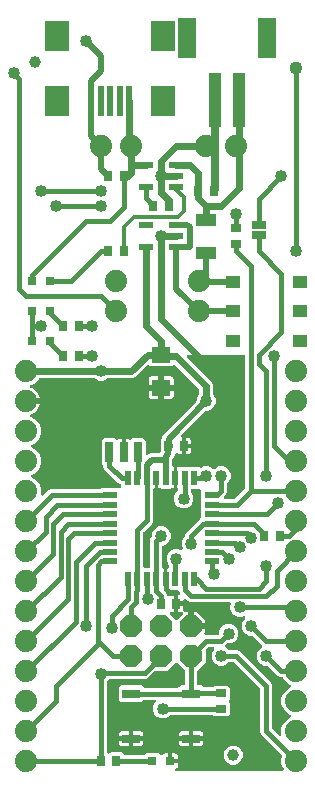
<source format=gbr>
G04 EAGLE Gerber RS-274X export*
G75*
%MOMM*%
%FSLAX34Y34*%
%LPD*%
%INTop Copper*%
%IPPOS*%
%AMOC8*
5,1,8,0,0,1.08239X$1,22.5*%
G01*
%ADD10R,0.558800X1.270000*%
%ADD11R,1.270000X0.558800*%
%ADD12R,0.700000X0.900000*%
%ADD13P,2.034460X8X22.500000*%
%ADD14R,0.800000X0.800000*%
%ADD15R,0.900000X0.700000*%
%ADD16R,0.700000X1.700000*%
%ADD17C,1.879600*%
%ADD18R,1.200000X0.550000*%
%ADD19R,0.500000X2.500000*%
%ADD20R,2.000000X2.500000*%
%ADD21R,1.800000X1.000000*%
%ADD22R,1.600000X1.400000*%
%ADD23R,1.524000X0.762000*%
%ADD24R,1.000000X4.600000*%
%ADD25R,1.600000X3.400000*%
%ADD26R,1.150000X1.000000*%
%ADD27R,1.270000X0.635000*%
%ADD28C,1.000000*%
%ADD29C,0.406400*%
%ADD30C,0.660400*%
%ADD31C,0.508000*%
%ADD32C,0.609600*%
%ADD33C,1.016000*%
%ADD34C,0.635000*%
%ADD35C,0.254000*%
%ADD36C,1.108000*%
%ADD37C,0.304800*%

G36*
X26474Y237338D02*
X26474Y237338D01*
X26613Y237342D01*
X26633Y237348D01*
X26653Y237349D01*
X26785Y237392D01*
X26919Y237431D01*
X26936Y237441D01*
X26955Y237447D01*
X27073Y237522D01*
X27193Y237592D01*
X27214Y237611D01*
X27224Y237617D01*
X27238Y237632D01*
X27313Y237699D01*
X31572Y241957D01*
X33439Y242731D01*
X75073Y242731D01*
X75172Y242743D01*
X75271Y242746D01*
X75329Y242763D01*
X75389Y242771D01*
X75481Y242807D01*
X75576Y242835D01*
X75628Y242865D01*
X75685Y242888D01*
X75765Y242946D01*
X75850Y242996D01*
X75925Y243062D01*
X75942Y243074D01*
X75950Y243084D01*
X75971Y243102D01*
X76361Y243493D01*
X91788Y243493D01*
X91906Y243508D01*
X92025Y243515D01*
X92063Y243528D01*
X92104Y243533D01*
X92214Y243576D01*
X92327Y243613D01*
X92362Y243635D01*
X92399Y243650D01*
X92495Y243719D01*
X92596Y243783D01*
X92624Y243813D01*
X92657Y243836D01*
X92733Y243928D01*
X92814Y244015D01*
X92834Y244050D01*
X92859Y244081D01*
X92910Y244189D01*
X92968Y244293D01*
X92978Y244333D01*
X92995Y244369D01*
X93017Y244486D01*
X93047Y244601D01*
X93051Y244661D01*
X93055Y244681D01*
X93053Y244702D01*
X93057Y244762D01*
X93057Y246412D01*
X93054Y246441D01*
X93056Y246470D01*
X93034Y246598D01*
X93017Y246727D01*
X93007Y246755D01*
X93002Y246784D01*
X92948Y246902D01*
X92900Y247023D01*
X92883Y247047D01*
X92871Y247074D01*
X92790Y247175D01*
X92714Y247280D01*
X92691Y247299D01*
X92672Y247322D01*
X92569Y247400D01*
X92469Y247483D01*
X92442Y247496D01*
X92418Y247513D01*
X92274Y247584D01*
X90621Y248269D01*
X78943Y259947D01*
X78169Y261814D01*
X78169Y262563D01*
X78157Y262662D01*
X78154Y262761D01*
X78137Y262819D01*
X78129Y262879D01*
X78093Y262971D01*
X78065Y263066D01*
X78035Y263118D01*
X78012Y263175D01*
X77954Y263255D01*
X77904Y263340D01*
X77838Y263415D01*
X77826Y263432D01*
X77816Y263440D01*
X77798Y263461D01*
X76701Y264557D01*
X76701Y284083D01*
X78487Y285869D01*
X88013Y285869D01*
X88765Y285117D01*
X88854Y285048D01*
X88937Y284972D01*
X88979Y284951D01*
X89016Y284922D01*
X89119Y284877D01*
X89219Y284825D01*
X89265Y284814D01*
X89308Y284795D01*
X89419Y284778D01*
X89528Y284752D01*
X89575Y284753D01*
X89622Y284745D01*
X89734Y284756D01*
X89846Y284758D01*
X89892Y284771D01*
X89939Y284775D01*
X90045Y284813D01*
X90153Y284843D01*
X90218Y284876D01*
X90238Y284883D01*
X90253Y284893D01*
X90297Y284915D01*
X90769Y285188D01*
X91416Y285361D01*
X93501Y285361D01*
X93501Y274800D01*
X93516Y274682D01*
X93523Y274563D01*
X93535Y274525D01*
X93541Y274485D01*
X93584Y274374D01*
X93621Y274261D01*
X93643Y274227D01*
X93658Y274189D01*
X93727Y274093D01*
X93791Y273992D01*
X93821Y273964D01*
X93844Y273932D01*
X93936Y273856D01*
X94023Y273774D01*
X94058Y273755D01*
X94089Y273729D01*
X94197Y273678D01*
X94301Y273621D01*
X94341Y273611D01*
X94377Y273593D01*
X94494Y273571D01*
X94609Y273541D01*
X94669Y273537D01*
X94689Y273534D01*
X94710Y273535D01*
X94770Y273531D01*
X95730Y273531D01*
X95848Y273546D01*
X95967Y273553D01*
X96005Y273566D01*
X96046Y273571D01*
X96156Y273615D01*
X96269Y273651D01*
X96304Y273673D01*
X96341Y273688D01*
X96437Y273758D01*
X96538Y273821D01*
X96566Y273851D01*
X96599Y273875D01*
X96675Y273966D01*
X96756Y274053D01*
X96776Y274088D01*
X96801Y274120D01*
X96852Y274227D01*
X96910Y274332D01*
X96920Y274371D01*
X96937Y274407D01*
X96959Y274524D01*
X96989Y274640D01*
X96993Y274700D01*
X96997Y274720D01*
X96995Y274740D01*
X96999Y274800D01*
X96999Y285361D01*
X99084Y285361D01*
X99731Y285188D01*
X100203Y284915D01*
X100306Y284871D01*
X100407Y284820D01*
X100453Y284810D01*
X100496Y284792D01*
X100607Y284775D01*
X100717Y284751D01*
X100764Y284752D01*
X100811Y284745D01*
X100922Y284757D01*
X101035Y284760D01*
X101080Y284773D01*
X101127Y284778D01*
X101232Y284817D01*
X101340Y284849D01*
X101381Y284873D01*
X101425Y284889D01*
X101517Y284953D01*
X101614Y285010D01*
X101669Y285058D01*
X101686Y285070D01*
X101698Y285084D01*
X101735Y285117D01*
X102487Y285869D01*
X112013Y285869D01*
X113799Y284083D01*
X113799Y273357D01*
X113816Y273219D01*
X113829Y273080D01*
X113836Y273061D01*
X113839Y273041D01*
X113890Y272912D01*
X113937Y272781D01*
X113948Y272764D01*
X113956Y272745D01*
X114037Y272633D01*
X114115Y272518D01*
X114131Y272504D01*
X114142Y272488D01*
X114249Y272399D01*
X114354Y272307D01*
X114372Y272298D01*
X114387Y272285D01*
X114513Y272226D01*
X114637Y272163D01*
X114657Y272158D01*
X114675Y272150D01*
X114811Y272124D01*
X114947Y272093D01*
X114968Y272094D01*
X114987Y272090D01*
X115126Y272099D01*
X115265Y272103D01*
X115285Y272108D01*
X115305Y272110D01*
X115437Y272152D01*
X115571Y272191D01*
X115588Y272201D01*
X115607Y272208D01*
X115725Y272282D01*
X115845Y272353D01*
X115866Y272371D01*
X115876Y272378D01*
X115890Y272393D01*
X115966Y272459D01*
X116214Y272708D01*
X118268Y273559D01*
X125382Y273559D01*
X125500Y273574D01*
X125619Y273581D01*
X125657Y273594D01*
X125698Y273599D01*
X125808Y273642D01*
X125921Y273679D01*
X125956Y273701D01*
X125993Y273716D01*
X126089Y273785D01*
X126190Y273849D01*
X126218Y273879D01*
X126251Y273902D01*
X126327Y273994D01*
X126408Y274081D01*
X126428Y274116D01*
X126453Y274147D01*
X126504Y274255D01*
X126562Y274359D01*
X126572Y274399D01*
X126589Y274435D01*
X126611Y274552D01*
X126641Y274667D01*
X126645Y274727D01*
X126649Y274747D01*
X126647Y274768D01*
X126651Y274828D01*
X126651Y285163D01*
X127390Y285901D01*
X127450Y285979D01*
X127518Y286051D01*
X127547Y286104D01*
X127584Y286152D01*
X127624Y286243D01*
X127672Y286330D01*
X127687Y286389D01*
X127711Y286444D01*
X127726Y286542D01*
X127751Y286638D01*
X127757Y286738D01*
X127761Y286758D01*
X127759Y286771D01*
X127761Y286799D01*
X127761Y286862D01*
X128612Y288916D01*
X156600Y316903D01*
X156660Y316981D01*
X156728Y317054D01*
X156757Y317107D01*
X156794Y317154D01*
X156834Y317245D01*
X156882Y317332D01*
X156897Y317391D01*
X156921Y317446D01*
X156936Y317544D01*
X156961Y317640D01*
X156967Y317740D01*
X156971Y317760D01*
X156969Y317773D01*
X156971Y317801D01*
X156971Y319117D01*
X158209Y322105D01*
X158632Y322527D01*
X158692Y322606D01*
X158760Y322678D01*
X158789Y322731D01*
X158826Y322779D01*
X158866Y322870D01*
X158914Y322956D01*
X158929Y323015D01*
X158953Y323070D01*
X158968Y323168D01*
X158993Y323264D01*
X158999Y323364D01*
X159003Y323385D01*
X159001Y323397D01*
X159003Y323425D01*
X159003Y327149D01*
X158991Y327247D01*
X158988Y327346D01*
X158971Y327404D01*
X158963Y327464D01*
X158927Y327557D01*
X158899Y327652D01*
X158869Y327704D01*
X158846Y327760D01*
X158788Y327840D01*
X158738Y327926D01*
X158672Y328001D01*
X158660Y328017D01*
X158650Y328025D01*
X158632Y328046D01*
X138942Y347736D01*
X138848Y347809D01*
X138759Y347887D01*
X138723Y347906D01*
X138691Y347931D01*
X138581Y347978D01*
X138476Y348032D01*
X138436Y348041D01*
X138399Y348057D01*
X138281Y348076D01*
X138165Y348102D01*
X138125Y348100D01*
X138085Y348107D01*
X137966Y348096D01*
X137847Y348092D01*
X137809Y348081D01*
X137768Y348077D01*
X137656Y348037D01*
X137542Y348004D01*
X137507Y347983D01*
X137469Y347969D01*
X137370Y347902D01*
X137268Y347842D01*
X137223Y347802D01*
X137206Y347791D01*
X137192Y347775D01*
X137147Y347736D01*
X136263Y346851D01*
X117737Y346851D01*
X116853Y347736D01*
X116759Y347808D01*
X116669Y347887D01*
X116633Y347906D01*
X116601Y347931D01*
X116492Y347978D01*
X116386Y348032D01*
X116347Y348041D01*
X116310Y348057D01*
X116192Y348076D01*
X116076Y348102D01*
X116036Y348100D01*
X115996Y348107D01*
X115877Y348096D01*
X115758Y348092D01*
X115719Y348081D01*
X115679Y348077D01*
X115567Y348037D01*
X115453Y348004D01*
X115418Y347983D01*
X115380Y347969D01*
X115281Y347902D01*
X115179Y347842D01*
X115133Y347802D01*
X115117Y347791D01*
X115103Y347776D01*
X115058Y347736D01*
X106947Y339625D01*
X105054Y337731D01*
X102813Y336803D01*
X82125Y336803D01*
X82026Y336791D01*
X81928Y336788D01*
X81869Y336771D01*
X81809Y336763D01*
X81717Y336727D01*
X81622Y336699D01*
X81570Y336669D01*
X81514Y336646D01*
X81433Y336588D01*
X81348Y336538D01*
X81273Y336472D01*
X81256Y336460D01*
X81248Y336450D01*
X81227Y336431D01*
X80805Y336009D01*
X77817Y334771D01*
X74583Y334771D01*
X71595Y336009D01*
X71173Y336431D01*
X71094Y336492D01*
X71022Y336560D01*
X70969Y336589D01*
X70921Y336626D01*
X70831Y336666D01*
X70744Y336714D01*
X70685Y336729D01*
X70630Y336753D01*
X70532Y336768D01*
X70436Y336793D01*
X70336Y336799D01*
X70316Y336803D01*
X70303Y336801D01*
X70275Y336803D01*
X24495Y336803D01*
X24466Y336800D01*
X24436Y336802D01*
X24308Y336780D01*
X24179Y336763D01*
X24152Y336753D01*
X24123Y336748D01*
X24004Y336694D01*
X23884Y336646D01*
X23860Y336629D01*
X23833Y336617D01*
X23731Y336536D01*
X23626Y336460D01*
X23608Y336437D01*
X23585Y336418D01*
X23506Y336315D01*
X23424Y336215D01*
X23411Y336188D01*
X23393Y336164D01*
X23322Y336020D01*
X23252Y335849D01*
X19750Y332348D01*
X16725Y331095D01*
X16699Y331080D01*
X16670Y331071D01*
X16561Y331001D01*
X16448Y330937D01*
X16427Y330916D01*
X16402Y330900D01*
X16313Y330806D01*
X16220Y330716D01*
X16204Y330690D01*
X16184Y330669D01*
X16121Y330555D01*
X16054Y330445D01*
X16045Y330416D01*
X16031Y330390D01*
X15998Y330265D01*
X15960Y330141D01*
X15959Y330111D01*
X15951Y330082D01*
X15951Y329952D01*
X15945Y329823D01*
X15951Y329794D01*
X15951Y329764D01*
X15983Y329639D01*
X16009Y329512D01*
X16022Y329485D01*
X16030Y329456D01*
X16092Y329343D01*
X16149Y329226D01*
X16168Y329203D01*
X16183Y329177D01*
X16271Y329083D01*
X16355Y328984D01*
X16380Y328967D01*
X16400Y328945D01*
X16509Y328876D01*
X16615Y328801D01*
X16643Y328790D01*
X16669Y328774D01*
X16818Y328715D01*
X17283Y328564D01*
X18957Y327711D01*
X20478Y326606D01*
X21806Y325278D01*
X22911Y323757D01*
X23764Y322083D01*
X24345Y320296D01*
X24385Y320039D01*
X13970Y320039D01*
X13852Y320024D01*
X13733Y320017D01*
X13695Y320004D01*
X13655Y319999D01*
X13544Y319956D01*
X13431Y319919D01*
X13397Y319897D01*
X13359Y319882D01*
X13263Y319812D01*
X13162Y319749D01*
X13134Y319719D01*
X13102Y319695D01*
X13026Y319604D01*
X12944Y319517D01*
X12925Y319482D01*
X12899Y319451D01*
X12848Y319343D01*
X12791Y319239D01*
X12780Y319199D01*
X12763Y319163D01*
X12741Y319046D01*
X12711Y318931D01*
X12707Y318870D01*
X12703Y318850D01*
X12705Y318830D01*
X12701Y318770D01*
X12701Y316230D01*
X12716Y316112D01*
X12723Y315993D01*
X12736Y315955D01*
X12741Y315914D01*
X12785Y315804D01*
X12821Y315691D01*
X12843Y315656D01*
X12858Y315619D01*
X12928Y315523D01*
X12991Y315422D01*
X13021Y315394D01*
X13045Y315361D01*
X13136Y315286D01*
X13223Y315204D01*
X13258Y315184D01*
X13290Y315159D01*
X13397Y315108D01*
X13502Y315050D01*
X13541Y315040D01*
X13577Y315023D01*
X13694Y315001D01*
X13809Y314971D01*
X13870Y314967D01*
X13890Y314963D01*
X13910Y314965D01*
X13970Y314961D01*
X24385Y314961D01*
X24345Y314704D01*
X23764Y312917D01*
X22911Y311243D01*
X21806Y309722D01*
X20478Y308394D01*
X18957Y307289D01*
X17283Y306436D01*
X16818Y306285D01*
X16791Y306272D01*
X16762Y306265D01*
X16648Y306205D01*
X16530Y306150D01*
X16507Y306131D01*
X16481Y306117D01*
X16385Y306030D01*
X16285Y305947D01*
X16268Y305923D01*
X16246Y305903D01*
X16174Y305794D01*
X16098Y305690D01*
X16087Y305662D01*
X16071Y305637D01*
X16029Y305514D01*
X15981Y305394D01*
X15977Y305364D01*
X15968Y305336D01*
X15957Y305207D01*
X15941Y305079D01*
X15945Y305049D01*
X15942Y305019D01*
X15965Y304891D01*
X15981Y304763D01*
X15992Y304735D01*
X15997Y304706D01*
X16050Y304588D01*
X16098Y304467D01*
X16115Y304443D01*
X16127Y304416D01*
X16208Y304315D01*
X16284Y304210D01*
X16307Y304191D01*
X16326Y304167D01*
X16430Y304089D01*
X16529Y304007D01*
X16556Y303994D01*
X16580Y303976D01*
X16725Y303905D01*
X19750Y302652D01*
X23252Y299150D01*
X25147Y294576D01*
X25147Y289624D01*
X23252Y285050D01*
X19751Y281548D01*
X17395Y280573D01*
X17274Y280504D01*
X17152Y280439D01*
X17137Y280425D01*
X17119Y280415D01*
X17019Y280318D01*
X16916Y280225D01*
X16905Y280208D01*
X16891Y280194D01*
X16818Y280076D01*
X16742Y279959D01*
X16735Y279940D01*
X16724Y279923D01*
X16684Y279790D01*
X16638Y279658D01*
X16637Y279638D01*
X16631Y279619D01*
X16624Y279480D01*
X16613Y279341D01*
X16617Y279321D01*
X16616Y279301D01*
X16644Y279165D01*
X16668Y279028D01*
X16676Y279009D01*
X16680Y278990D01*
X16741Y278865D01*
X16798Y278738D01*
X16811Y278722D01*
X16820Y278704D01*
X16910Y278598D01*
X16997Y278490D01*
X17013Y278477D01*
X17026Y278462D01*
X17140Y278382D01*
X17251Y278298D01*
X17276Y278286D01*
X17286Y278279D01*
X17305Y278272D01*
X17395Y278227D01*
X19750Y277252D01*
X23252Y273750D01*
X25147Y269176D01*
X25147Y264224D01*
X23252Y259650D01*
X19751Y256148D01*
X17395Y255173D01*
X17274Y255104D01*
X17152Y255039D01*
X17137Y255025D01*
X17119Y255015D01*
X17019Y254918D01*
X16916Y254825D01*
X16905Y254808D01*
X16891Y254794D01*
X16818Y254676D01*
X16742Y254559D01*
X16735Y254540D01*
X16724Y254523D01*
X16684Y254390D01*
X16638Y254258D01*
X16637Y254238D01*
X16631Y254219D01*
X16624Y254080D01*
X16613Y253941D01*
X16617Y253921D01*
X16616Y253901D01*
X16644Y253765D01*
X16668Y253628D01*
X16676Y253609D01*
X16680Y253590D01*
X16741Y253465D01*
X16798Y253338D01*
X16811Y253322D01*
X16820Y253304D01*
X16910Y253198D01*
X16997Y253090D01*
X17013Y253077D01*
X17026Y253062D01*
X17140Y252982D01*
X17251Y252898D01*
X17276Y252886D01*
X17286Y252879D01*
X17305Y252872D01*
X17395Y252827D01*
X19750Y251852D01*
X23252Y248350D01*
X25147Y243776D01*
X25147Y238596D01*
X25164Y238459D01*
X25177Y238320D01*
X25184Y238301D01*
X25187Y238281D01*
X25238Y238152D01*
X25285Y238021D01*
X25296Y238004D01*
X25304Y237985D01*
X25385Y237873D01*
X25463Y237757D01*
X25479Y237744D01*
X25490Y237728D01*
X25598Y237639D01*
X25702Y237547D01*
X25720Y237538D01*
X25735Y237525D01*
X25861Y237466D01*
X25985Y237402D01*
X26005Y237398D01*
X26023Y237389D01*
X26159Y237363D01*
X26295Y237333D01*
X26316Y237333D01*
X26335Y237330D01*
X26474Y237338D01*
G37*
G36*
X229554Y4071D02*
X229554Y4071D01*
X229604Y4069D01*
X229711Y4091D01*
X229821Y4105D01*
X229867Y4123D01*
X229915Y4133D01*
X230014Y4181D01*
X230116Y4222D01*
X230156Y4251D01*
X230201Y4273D01*
X230285Y4344D01*
X230374Y4408D01*
X230405Y4447D01*
X230443Y4479D01*
X230506Y4569D01*
X230576Y4653D01*
X230598Y4698D01*
X230626Y4739D01*
X230665Y4842D01*
X230712Y4941D01*
X230721Y4990D01*
X230739Y5036D01*
X230751Y5146D01*
X230772Y5253D01*
X230769Y5303D01*
X230774Y5352D01*
X230759Y5461D01*
X230752Y5571D01*
X230737Y5618D01*
X230730Y5667D01*
X230678Y5820D01*
X228853Y10224D01*
X228853Y15176D01*
X229345Y16362D01*
X229352Y16390D01*
X229366Y16417D01*
X229394Y16544D01*
X229429Y16669D01*
X229429Y16698D01*
X229435Y16727D01*
X229432Y16857D01*
X229434Y16987D01*
X229427Y17016D01*
X229426Y17045D01*
X229390Y17170D01*
X229359Y17296D01*
X229346Y17322D01*
X229337Y17351D01*
X229271Y17462D01*
X229211Y17577D01*
X229191Y17599D01*
X229176Y17624D01*
X229069Y17745D01*
X213201Y33614D01*
X213200Y33614D01*
X211593Y35222D01*
X210819Y37089D01*
X210819Y73570D01*
X210807Y73668D01*
X210804Y73767D01*
X210787Y73825D01*
X210779Y73885D01*
X210743Y73977D01*
X210715Y74072D01*
X210685Y74125D01*
X210662Y74181D01*
X210604Y74261D01*
X210554Y74346D01*
X210488Y74422D01*
X210476Y74438D01*
X210466Y74446D01*
X210448Y74467D01*
X188767Y96148D01*
X188689Y96208D01*
X188617Y96276D01*
X188564Y96305D01*
X188516Y96342D01*
X188425Y96382D01*
X188338Y96430D01*
X188280Y96445D01*
X188224Y96469D01*
X188126Y96484D01*
X188030Y96509D01*
X187930Y96515D01*
X187910Y96519D01*
X187898Y96517D01*
X187870Y96519D01*
X184741Y96519D01*
X184643Y96507D01*
X184544Y96504D01*
X184485Y96487D01*
X184425Y96479D01*
X184333Y96443D01*
X184238Y96415D01*
X184186Y96385D01*
X184130Y96362D01*
X184049Y96304D01*
X183964Y96254D01*
X183889Y96188D01*
X183872Y96176D01*
X183864Y96166D01*
X183843Y96148D01*
X182405Y94709D01*
X179417Y93471D01*
X176183Y93471D01*
X173195Y94709D01*
X170909Y96995D01*
X169671Y99983D01*
X169671Y103217D01*
X170909Y106205D01*
X171757Y107053D01*
X171842Y107162D01*
X171931Y107269D01*
X171939Y107288D01*
X171952Y107304D01*
X172007Y107431D01*
X172066Y107557D01*
X172070Y107577D01*
X172078Y107596D01*
X172100Y107734D01*
X172126Y107870D01*
X172125Y107890D01*
X172128Y107910D01*
X172115Y108049D01*
X172106Y108187D01*
X172100Y108206D01*
X172098Y108226D01*
X172051Y108358D01*
X172008Y108489D01*
X171997Y108507D01*
X171990Y108526D01*
X171912Y108641D01*
X171838Y108758D01*
X171823Y108772D01*
X171812Y108789D01*
X171708Y108881D01*
X171606Y108976D01*
X171589Y108986D01*
X171573Y108999D01*
X171450Y109062D01*
X171328Y109130D01*
X171308Y109135D01*
X171290Y109144D01*
X171154Y109174D01*
X171020Y109209D01*
X170992Y109211D01*
X170980Y109214D01*
X170959Y109213D01*
X170859Y109219D01*
X167730Y109219D01*
X167632Y109207D01*
X167533Y109204D01*
X167475Y109187D01*
X167415Y109179D01*
X167323Y109143D01*
X167228Y109115D01*
X167175Y109085D01*
X167119Y109062D01*
X167039Y109004D01*
X166954Y108954D01*
X166878Y108888D01*
X166862Y108876D01*
X166854Y108866D01*
X166833Y108848D01*
X165218Y107233D01*
X165158Y107155D01*
X165090Y107083D01*
X165061Y107030D01*
X165024Y106982D01*
X164984Y106891D01*
X164936Y106804D01*
X164921Y106746D01*
X164897Y106690D01*
X164882Y106592D01*
X164857Y106496D01*
X164851Y106396D01*
X164847Y106376D01*
X164849Y106364D01*
X164847Y106336D01*
X164847Y96444D01*
X157852Y89450D01*
X157792Y89372D01*
X157724Y89300D01*
X157695Y89247D01*
X157658Y89199D01*
X157618Y89108D01*
X157570Y89021D01*
X157555Y88963D01*
X157531Y88907D01*
X157516Y88809D01*
X157491Y88713D01*
X157485Y88613D01*
X157481Y88593D01*
X157483Y88581D01*
X157481Y88553D01*
X157481Y77978D01*
X157496Y77860D01*
X157503Y77741D01*
X157516Y77703D01*
X157521Y77662D01*
X157564Y77552D01*
X157601Y77439D01*
X157623Y77404D01*
X157638Y77367D01*
X157707Y77271D01*
X157771Y77170D01*
X157801Y77142D01*
X157824Y77109D01*
X157916Y77033D01*
X158003Y76952D01*
X158038Y76932D01*
X158069Y76907D01*
X158177Y76856D01*
X158281Y76798D01*
X158321Y76788D01*
X158357Y76771D01*
X158474Y76749D01*
X158589Y76719D01*
X158649Y76715D01*
X158669Y76711D01*
X158690Y76713D01*
X158750Y76709D01*
X161283Y76709D01*
X162539Y75452D01*
X162617Y75392D01*
X162689Y75324D01*
X162742Y75295D01*
X162790Y75258D01*
X162881Y75218D01*
X162968Y75170D01*
X163026Y75155D01*
X163082Y75131D01*
X163180Y75116D01*
X163276Y75091D01*
X163376Y75085D01*
X163396Y75081D01*
X163409Y75083D01*
X163437Y75081D01*
X170043Y75081D01*
X170142Y75093D01*
X170241Y75096D01*
X170299Y75113D01*
X170359Y75121D01*
X170451Y75157D01*
X170546Y75185D01*
X170598Y75215D01*
X170655Y75238D01*
X170735Y75296D01*
X170820Y75346D01*
X170895Y75412D01*
X170912Y75424D01*
X170920Y75434D01*
X170941Y75452D01*
X172037Y76549D01*
X183563Y76549D01*
X185349Y74763D01*
X185349Y65237D01*
X184509Y64398D01*
X184436Y64304D01*
X184357Y64214D01*
X184339Y64178D01*
X184314Y64146D01*
X184267Y64037D01*
X184213Y63931D01*
X184204Y63892D01*
X184188Y63854D01*
X184169Y63737D01*
X184143Y63621D01*
X184144Y63580D01*
X184138Y63540D01*
X184149Y63422D01*
X184153Y63303D01*
X184164Y63264D01*
X184168Y63224D01*
X184208Y63111D01*
X184241Y62997D01*
X184262Y62963D01*
X184275Y62924D01*
X184342Y62826D01*
X184403Y62723D01*
X184443Y62678D01*
X184454Y62661D01*
X184469Y62648D01*
X184509Y62603D01*
X185349Y61763D01*
X185349Y52237D01*
X183563Y50451D01*
X172037Y50451D01*
X170941Y51548D01*
X170863Y51608D01*
X170791Y51676D01*
X170737Y51705D01*
X170690Y51742D01*
X170599Y51782D01*
X170512Y51830D01*
X170453Y51845D01*
X170398Y51869D01*
X170300Y51884D01*
X170204Y51909D01*
X170104Y51915D01*
X170084Y51919D01*
X170071Y51917D01*
X170043Y51919D01*
X135061Y51919D01*
X134963Y51907D01*
X134864Y51904D01*
X134805Y51887D01*
X134745Y51879D01*
X134653Y51843D01*
X134558Y51815D01*
X134506Y51785D01*
X134450Y51762D01*
X134369Y51704D01*
X134284Y51654D01*
X134209Y51588D01*
X134192Y51576D01*
X134184Y51566D01*
X134163Y51548D01*
X132875Y50259D01*
X129887Y49021D01*
X126653Y49021D01*
X123665Y50259D01*
X121379Y52545D01*
X120141Y55533D01*
X120141Y58767D01*
X121379Y61755D01*
X122227Y62603D01*
X122312Y62712D01*
X122401Y62819D01*
X122409Y62838D01*
X122422Y62854D01*
X122477Y62981D01*
X122536Y63107D01*
X122540Y63127D01*
X122548Y63146D01*
X122570Y63284D01*
X122596Y63420D01*
X122595Y63440D01*
X122598Y63460D01*
X122585Y63599D01*
X122576Y63737D01*
X122570Y63756D01*
X122568Y63776D01*
X122521Y63908D01*
X122478Y64039D01*
X122467Y64057D01*
X122460Y64076D01*
X122382Y64191D01*
X122308Y64308D01*
X122293Y64322D01*
X122282Y64339D01*
X122178Y64431D01*
X122076Y64526D01*
X122059Y64536D01*
X122043Y64549D01*
X121920Y64612D01*
X121798Y64680D01*
X121778Y64685D01*
X121760Y64694D01*
X121624Y64724D01*
X121490Y64759D01*
X121462Y64761D01*
X121450Y64764D01*
X121429Y64763D01*
X121329Y64769D01*
X112787Y64769D01*
X112688Y64757D01*
X112589Y64754D01*
X112531Y64737D01*
X112471Y64729D01*
X112379Y64693D01*
X112284Y64665D01*
X112232Y64635D01*
X112175Y64612D01*
X112095Y64554D01*
X112010Y64504D01*
X111935Y64438D01*
X111918Y64426D01*
X111910Y64416D01*
X111889Y64398D01*
X110483Y62991D01*
X92717Y62991D01*
X90931Y64777D01*
X90931Y74923D01*
X92717Y76709D01*
X110483Y76709D01*
X111889Y75302D01*
X111967Y75242D01*
X112039Y75174D01*
X112092Y75145D01*
X112140Y75108D01*
X112231Y75068D01*
X112318Y75020D01*
X112376Y75005D01*
X112432Y74981D01*
X112530Y74966D01*
X112626Y74941D01*
X112726Y74935D01*
X112746Y74931D01*
X112759Y74933D01*
X112787Y74931D01*
X141213Y74931D01*
X141312Y74943D01*
X141411Y74946D01*
X141469Y74963D01*
X141529Y74971D01*
X141621Y75007D01*
X141716Y75035D01*
X141768Y75065D01*
X141825Y75088D01*
X141905Y75146D01*
X141990Y75196D01*
X142065Y75262D01*
X142082Y75274D01*
X142090Y75284D01*
X142111Y75302D01*
X143517Y76709D01*
X146050Y76709D01*
X146168Y76724D01*
X146287Y76731D01*
X146325Y76744D01*
X146366Y76749D01*
X146476Y76792D01*
X146589Y76829D01*
X146624Y76851D01*
X146661Y76866D01*
X146757Y76935D01*
X146858Y76999D01*
X146886Y77029D01*
X146919Y77052D01*
X146995Y77144D01*
X147076Y77231D01*
X147096Y77266D01*
X147121Y77297D01*
X147172Y77405D01*
X147230Y77509D01*
X147240Y77549D01*
X147257Y77585D01*
X147279Y77702D01*
X147309Y77817D01*
X147313Y77877D01*
X147317Y77897D01*
X147315Y77918D01*
X147319Y77978D01*
X147319Y88553D01*
X147307Y88651D01*
X147304Y88750D01*
X147287Y88808D01*
X147279Y88868D01*
X147243Y88960D01*
X147215Y89055D01*
X147185Y89108D01*
X147162Y89164D01*
X147104Y89244D01*
X147054Y89329D01*
X146988Y89405D01*
X146976Y89421D01*
X146966Y89429D01*
X146948Y89450D01*
X140597Y95800D01*
X140503Y95873D01*
X140414Y95952D01*
X140378Y95970D01*
X140346Y95995D01*
X140237Y96043D01*
X140131Y96097D01*
X140092Y96105D01*
X140054Y96121D01*
X139937Y96140D01*
X139821Y96166D01*
X139780Y96165D01*
X139740Y96171D01*
X139622Y96160D01*
X139503Y96157D01*
X139464Y96145D01*
X139424Y96142D01*
X139311Y96101D01*
X139197Y96068D01*
X139162Y96048D01*
X139124Y96034D01*
X139026Y95967D01*
X138923Y95907D01*
X138878Y95867D01*
X138861Y95855D01*
X138848Y95840D01*
X138802Y95800D01*
X132156Y89153D01*
X122264Y89153D01*
X122166Y89141D01*
X122067Y89138D01*
X122009Y89121D01*
X121949Y89113D01*
X121857Y89077D01*
X121762Y89049D01*
X121709Y89019D01*
X121653Y88996D01*
X121573Y88938D01*
X121488Y88888D01*
X121412Y88822D01*
X121396Y88810D01*
X121388Y88800D01*
X121367Y88782D01*
X115908Y83323D01*
X114041Y82549D01*
X84268Y82549D01*
X84239Y82546D01*
X84209Y82548D01*
X84082Y82526D01*
X83953Y82509D01*
X83925Y82499D01*
X83896Y82493D01*
X83778Y82440D01*
X83657Y82392D01*
X83633Y82375D01*
X83606Y82363D01*
X83505Y82282D01*
X83400Y82206D01*
X83381Y82183D01*
X83358Y82164D01*
X83279Y82060D01*
X83197Y81961D01*
X83184Y81934D01*
X83166Y81910D01*
X83095Y81766D01*
X83091Y81755D01*
X81652Y80317D01*
X81592Y80238D01*
X81524Y80166D01*
X81495Y80113D01*
X81458Y80065D01*
X81418Y79974D01*
X81370Y79888D01*
X81355Y79829D01*
X81331Y79774D01*
X81316Y79676D01*
X81291Y79580D01*
X81285Y79480D01*
X81281Y79460D01*
X81283Y79447D01*
X81281Y79419D01*
X81281Y20307D01*
X81298Y20169D01*
X81311Y20030D01*
X81318Y20011D01*
X81321Y19991D01*
X81372Y19862D01*
X81419Y19731D01*
X81430Y19714D01*
X81438Y19695D01*
X81519Y19583D01*
X81597Y19468D01*
X81613Y19454D01*
X81624Y19438D01*
X81732Y19349D01*
X81836Y19257D01*
X81854Y19248D01*
X81869Y19235D01*
X81995Y19176D01*
X82119Y19113D01*
X82139Y19108D01*
X82157Y19100D01*
X82293Y19074D01*
X82429Y19043D01*
X82450Y19044D01*
X82469Y19040D01*
X82608Y19048D01*
X82747Y19053D01*
X82767Y19058D01*
X82787Y19060D01*
X82919Y19102D01*
X83053Y19141D01*
X83070Y19151D01*
X83089Y19158D01*
X83207Y19232D01*
X83327Y19303D01*
X83348Y19321D01*
X83358Y19328D01*
X83372Y19343D01*
X83447Y19409D01*
X84287Y20249D01*
X93813Y20249D01*
X95909Y18152D01*
X95987Y18092D01*
X96059Y18024D01*
X96112Y17995D01*
X96160Y17958D01*
X96251Y17918D01*
X96338Y17870D01*
X96397Y17855D01*
X96452Y17831D01*
X96550Y17816D01*
X96646Y17791D01*
X96746Y17785D01*
X96766Y17781D01*
X96779Y17783D01*
X96807Y17781D01*
X111743Y17781D01*
X111842Y17793D01*
X111941Y17796D01*
X111999Y17813D01*
X112059Y17821D01*
X112151Y17857D01*
X112246Y17885D01*
X112298Y17915D01*
X112355Y17938D01*
X112435Y17996D01*
X112520Y18046D01*
X112595Y18112D01*
X112612Y18124D01*
X112620Y18134D01*
X112641Y18152D01*
X114237Y19749D01*
X124763Y19749D01*
X126486Y18025D01*
X126586Y17948D01*
X126681Y17866D01*
X126711Y17851D01*
X126738Y17830D01*
X126853Y17780D01*
X126966Y17724D01*
X126999Y17717D01*
X127030Y17704D01*
X127154Y17684D01*
X127277Y17658D01*
X127310Y17659D01*
X127344Y17654D01*
X127469Y17666D01*
X127594Y17671D01*
X127627Y17681D01*
X127660Y17684D01*
X127779Y17726D01*
X127899Y17763D01*
X127928Y17780D01*
X127960Y17791D01*
X128063Y17862D01*
X128171Y17927D01*
X128195Y17951D01*
X128223Y17970D01*
X128306Y18064D01*
X128394Y18154D01*
X128421Y18195D01*
X128433Y18208D01*
X128443Y18228D01*
X128460Y18253D01*
X128940Y18733D01*
X129519Y19068D01*
X130166Y19241D01*
X132501Y19241D01*
X132501Y13430D01*
X132516Y13312D01*
X132523Y13193D01*
X132535Y13155D01*
X132541Y13115D01*
X132584Y13004D01*
X132621Y12891D01*
X132643Y12857D01*
X132658Y12819D01*
X132727Y12723D01*
X132791Y12622D01*
X132821Y12594D01*
X132844Y12562D01*
X132936Y12486D01*
X133023Y12404D01*
X133058Y12385D01*
X133089Y12359D01*
X133197Y12308D01*
X133301Y12251D01*
X133341Y12241D01*
X133377Y12223D01*
X133494Y12201D01*
X133609Y12171D01*
X133669Y12167D01*
X133689Y12164D01*
X133710Y12165D01*
X133770Y12161D01*
X133961Y12161D01*
X133961Y11970D01*
X133976Y11852D01*
X133983Y11733D01*
X133996Y11695D01*
X134001Y11654D01*
X134045Y11544D01*
X134081Y11431D01*
X134103Y11396D01*
X134118Y11359D01*
X134188Y11262D01*
X134251Y11162D01*
X134281Y11134D01*
X134305Y11101D01*
X134396Y11025D01*
X134483Y10944D01*
X134518Y10924D01*
X134550Y10899D01*
X134657Y10848D01*
X134762Y10790D01*
X134801Y10780D01*
X134837Y10763D01*
X134954Y10741D01*
X135070Y10711D01*
X135130Y10707D01*
X135150Y10703D01*
X135170Y10705D01*
X135230Y10701D01*
X141041Y10701D01*
X141041Y8366D01*
X140868Y7719D01*
X140533Y7140D01*
X140060Y6667D01*
X139655Y6433D01*
X139539Y6345D01*
X139421Y6260D01*
X139413Y6249D01*
X139402Y6241D01*
X139312Y6127D01*
X139218Y6015D01*
X139213Y6002D01*
X139204Y5992D01*
X139145Y5859D01*
X139083Y5727D01*
X139080Y5714D01*
X139075Y5701D01*
X139050Y5557D01*
X139023Y5414D01*
X139024Y5401D01*
X139022Y5388D01*
X139034Y5242D01*
X139043Y5097D01*
X139047Y5084D01*
X139048Y5071D01*
X139096Y4933D01*
X139141Y4795D01*
X139148Y4783D01*
X139153Y4770D01*
X139233Y4649D01*
X139311Y4526D01*
X139321Y4517D01*
X139328Y4505D01*
X139436Y4408D01*
X139543Y4308D01*
X139554Y4301D01*
X139564Y4292D01*
X139694Y4225D01*
X139821Y4154D01*
X139834Y4151D01*
X139846Y4145D01*
X139989Y4111D01*
X140129Y4075D01*
X140147Y4074D01*
X140156Y4072D01*
X140173Y4072D01*
X140290Y4065D01*
X229505Y4065D01*
X229554Y4071D01*
G37*
G36*
X227683Y34141D02*
X227683Y34141D01*
X227821Y34149D01*
X227840Y34155D01*
X227860Y34157D01*
X227992Y34205D01*
X228123Y34247D01*
X228141Y34258D01*
X228160Y34265D01*
X228275Y34343D01*
X228392Y34417D01*
X228406Y34432D01*
X228423Y34444D01*
X228515Y34548D01*
X228610Y34649D01*
X228620Y34667D01*
X228633Y34682D01*
X228697Y34806D01*
X228764Y34928D01*
X228769Y34947D01*
X228778Y34965D01*
X228808Y35101D01*
X228843Y35236D01*
X228845Y35264D01*
X228848Y35276D01*
X228847Y35296D01*
X228853Y35396D01*
X228853Y40576D01*
X230748Y45150D01*
X234250Y48652D01*
X236605Y49627D01*
X236725Y49696D01*
X236848Y49761D01*
X236863Y49775D01*
X236881Y49785D01*
X236981Y49882D01*
X237084Y49975D01*
X237095Y49992D01*
X237109Y50006D01*
X237182Y50125D01*
X237258Y50241D01*
X237265Y50260D01*
X237276Y50277D01*
X237316Y50410D01*
X237362Y50542D01*
X237363Y50562D01*
X237369Y50581D01*
X237376Y50720D01*
X237387Y50859D01*
X237383Y50879D01*
X237384Y50899D01*
X237356Y51035D01*
X237332Y51172D01*
X237324Y51191D01*
X237320Y51210D01*
X237259Y51336D01*
X237202Y51462D01*
X237189Y51478D01*
X237180Y51496D01*
X237090Y51602D01*
X237003Y51710D01*
X236987Y51723D01*
X236974Y51738D01*
X236860Y51818D01*
X236749Y51902D01*
X236724Y51914D01*
X236714Y51921D01*
X236695Y51928D01*
X236605Y51973D01*
X234250Y52948D01*
X230748Y56450D01*
X228853Y61024D01*
X228853Y65976D01*
X230748Y70550D01*
X234250Y74052D01*
X236605Y75027D01*
X236725Y75096D01*
X236848Y75161D01*
X236863Y75175D01*
X236881Y75185D01*
X236981Y75282D01*
X237084Y75375D01*
X237095Y75392D01*
X237109Y75406D01*
X237182Y75525D01*
X237258Y75641D01*
X237265Y75660D01*
X237276Y75677D01*
X237316Y75810D01*
X237362Y75942D01*
X237363Y75962D01*
X237369Y75981D01*
X237376Y76120D01*
X237387Y76259D01*
X237383Y76279D01*
X237384Y76299D01*
X237356Y76435D01*
X237332Y76572D01*
X237324Y76591D01*
X237320Y76610D01*
X237259Y76736D01*
X237202Y76862D01*
X237189Y76878D01*
X237180Y76896D01*
X237090Y77002D01*
X237003Y77110D01*
X236987Y77123D01*
X236974Y77138D01*
X236860Y77218D01*
X236749Y77302D01*
X236724Y77314D01*
X236714Y77321D01*
X236695Y77328D01*
X236605Y77373D01*
X234250Y78348D01*
X230748Y81850D01*
X230257Y83036D01*
X230242Y83061D01*
X230233Y83089D01*
X230164Y83199D01*
X230099Y83312D01*
X230079Y83333D01*
X230063Y83358D01*
X229968Y83447D01*
X229878Y83540D01*
X229853Y83556D01*
X229831Y83576D01*
X229717Y83639D01*
X229607Y83707D01*
X229579Y83715D01*
X229553Y83730D01*
X229427Y83762D01*
X229303Y83800D01*
X229273Y83802D01*
X229245Y83809D01*
X229084Y83819D01*
X227589Y83819D01*
X225722Y84593D01*
X224114Y86201D01*
X217215Y93100D01*
X217137Y93160D01*
X217065Y93228D01*
X217012Y93257D01*
X216964Y93294D01*
X216873Y93334D01*
X216786Y93382D01*
X216728Y93397D01*
X216672Y93421D01*
X216574Y93436D01*
X216478Y93461D01*
X216378Y93467D01*
X216358Y93471D01*
X216346Y93469D01*
X216318Y93471D01*
X214283Y93471D01*
X211295Y94709D01*
X209009Y96995D01*
X207771Y99983D01*
X207771Y103217D01*
X209009Y106205D01*
X211295Y108491D01*
X211823Y108710D01*
X211866Y108734D01*
X211913Y108751D01*
X212004Y108813D01*
X212099Y108867D01*
X212135Y108902D01*
X212176Y108930D01*
X212249Y109012D01*
X212328Y109089D01*
X212354Y109131D01*
X212387Y109168D01*
X212437Y109266D01*
X212494Y109360D01*
X212509Y109407D01*
X212531Y109451D01*
X212555Y109559D01*
X212588Y109664D01*
X212590Y109713D01*
X212601Y109762D01*
X212598Y109871D01*
X212603Y109981D01*
X212593Y110030D01*
X212591Y110080D01*
X212561Y110185D01*
X212538Y110293D01*
X212517Y110337D01*
X212503Y110385D01*
X212447Y110480D01*
X212399Y110578D01*
X212367Y110616D01*
X212341Y110659D01*
X212235Y110780D01*
X204515Y118500D01*
X204437Y118560D01*
X204365Y118628D01*
X204312Y118657D01*
X204264Y118694D01*
X204173Y118734D01*
X204086Y118782D01*
X204028Y118797D01*
X203972Y118821D01*
X203874Y118836D01*
X203778Y118861D01*
X203678Y118867D01*
X203658Y118871D01*
X203646Y118869D01*
X203618Y118871D01*
X201583Y118871D01*
X198595Y120109D01*
X196309Y122395D01*
X195071Y125383D01*
X195071Y128617D01*
X196309Y131605D01*
X197879Y133175D01*
X197922Y133230D01*
X197972Y133279D01*
X198019Y133355D01*
X198074Y133426D01*
X198102Y133490D01*
X198138Y133550D01*
X198165Y133635D01*
X198200Y133718D01*
X198211Y133787D01*
X198232Y133854D01*
X198236Y133943D01*
X198250Y134032D01*
X198244Y134102D01*
X198247Y134171D01*
X198229Y134259D01*
X198220Y134349D01*
X198197Y134415D01*
X198183Y134483D01*
X198143Y134563D01*
X198113Y134648D01*
X198074Y134706D01*
X198043Y134768D01*
X197985Y134837D01*
X197934Y134911D01*
X197882Y134957D01*
X197837Y135010D01*
X197763Y135062D01*
X197696Y135122D01*
X197634Y135153D01*
X197577Y135193D01*
X197493Y135225D01*
X197413Y135266D01*
X197344Y135281D01*
X197279Y135306D01*
X197190Y135316D01*
X197102Y135336D01*
X197033Y135334D01*
X196963Y135341D01*
X196874Y135329D01*
X196784Y135326D01*
X196717Y135307D01*
X196648Y135297D01*
X196496Y135245D01*
X195292Y134746D01*
X192058Y134746D01*
X189070Y135984D01*
X186784Y138270D01*
X185546Y141258D01*
X185546Y144492D01*
X185990Y145564D01*
X186004Y145612D01*
X186025Y145657D01*
X186045Y145765D01*
X186074Y145871D01*
X186075Y145921D01*
X186085Y145970D01*
X186078Y146079D01*
X186079Y146189D01*
X186068Y146237D01*
X186065Y146287D01*
X186031Y146391D01*
X186005Y146498D01*
X185982Y146542D01*
X185967Y146589D01*
X185908Y146682D01*
X185857Y146779D01*
X185823Y146816D01*
X185797Y146858D01*
X185716Y146933D01*
X185643Y147015D01*
X185601Y147042D01*
X185565Y147076D01*
X185469Y147129D01*
X185377Y147189D01*
X185330Y147206D01*
X185286Y147230D01*
X185180Y147257D01*
X185076Y147293D01*
X185027Y147297D01*
X184979Y147309D01*
X184818Y147319D01*
X151389Y147319D01*
X149522Y148093D01*
X148057Y149557D01*
X147948Y149643D01*
X147841Y149731D01*
X147822Y149740D01*
X147806Y149752D01*
X147678Y149808D01*
X147553Y149867D01*
X147533Y149870D01*
X147514Y149879D01*
X147376Y149900D01*
X147240Y149926D01*
X147220Y149925D01*
X147200Y149928D01*
X147061Y149915D01*
X146923Y149907D01*
X146904Y149901D01*
X146884Y149899D01*
X146752Y149851D01*
X146621Y149809D01*
X146603Y149798D01*
X146584Y149791D01*
X146469Y149713D01*
X146352Y149639D01*
X146338Y149624D01*
X146321Y149612D01*
X146229Y149508D01*
X146134Y149407D01*
X146124Y149389D01*
X146111Y149374D01*
X146047Y149250D01*
X145980Y149128D01*
X145975Y149109D01*
X145966Y149091D01*
X145936Y148955D01*
X145901Y148820D01*
X145899Y148792D01*
X145896Y148780D01*
X145897Y148760D01*
X145891Y148660D01*
X145891Y147799D01*
X141599Y147799D01*
X141599Y153096D01*
X141700Y153117D01*
X141809Y153131D01*
X141855Y153149D01*
X141903Y153159D01*
X142002Y153207D01*
X142104Y153248D01*
X142144Y153277D01*
X142189Y153299D01*
X142273Y153370D01*
X142362Y153434D01*
X142393Y153473D01*
X142431Y153505D01*
X142494Y153595D01*
X142565Y153679D01*
X142586Y153724D01*
X142614Y153765D01*
X142653Y153868D01*
X142700Y153967D01*
X142709Y154016D01*
X142727Y154062D01*
X142739Y154172D01*
X142760Y154279D01*
X142757Y154329D01*
X142762Y154378D01*
X142747Y154487D01*
X142740Y154597D01*
X142725Y154644D01*
X142718Y154693D01*
X142666Y154846D01*
X141963Y156542D01*
X141949Y156567D01*
X141940Y156595D01*
X141870Y156705D01*
X141806Y156818D01*
X141785Y156839D01*
X141769Y156864D01*
X141675Y156953D01*
X141584Y157046D01*
X141559Y157062D01*
X141538Y157082D01*
X141424Y157145D01*
X141313Y157213D01*
X141285Y157221D01*
X141259Y157236D01*
X141134Y157268D01*
X141009Y157306D01*
X140980Y157308D01*
X140951Y157315D01*
X140791Y157325D01*
X134843Y157325D01*
X134707Y157462D01*
X134629Y157522D01*
X134557Y157590D01*
X134504Y157619D01*
X134456Y157656D01*
X134365Y157696D01*
X134278Y157744D01*
X134219Y157759D01*
X134164Y157783D01*
X134066Y157798D01*
X133970Y157823D01*
X133870Y157829D01*
X133850Y157833D01*
X133837Y157831D01*
X133809Y157833D01*
X132296Y157833D01*
X132296Y166597D01*
X132285Y166686D01*
X132286Y166691D01*
X132290Y166751D01*
X132294Y166771D01*
X132292Y166791D01*
X132296Y166851D01*
X132296Y175615D01*
X132550Y175615D01*
X132668Y175630D01*
X132787Y175637D01*
X132825Y175650D01*
X132866Y175655D01*
X132976Y175698D01*
X133089Y175735D01*
X133124Y175757D01*
X133161Y175772D01*
X133257Y175841D01*
X133358Y175905D01*
X133386Y175935D01*
X133419Y175958D01*
X133495Y176050D01*
X133576Y176137D01*
X133596Y176172D01*
X133621Y176203D01*
X133672Y176311D01*
X133730Y176415D01*
X133740Y176455D01*
X133757Y176491D01*
X133779Y176608D01*
X133809Y176723D01*
X133813Y176783D01*
X133817Y176803D01*
X133815Y176824D01*
X133819Y176884D01*
X133819Y178009D01*
X133807Y178107D01*
X133804Y178206D01*
X133787Y178265D01*
X133779Y178325D01*
X133743Y178417D01*
X133715Y178512D01*
X133685Y178564D01*
X133662Y178620D01*
X133604Y178701D01*
X133554Y178786D01*
X133488Y178861D01*
X133476Y178878D01*
X133466Y178886D01*
X133447Y178907D01*
X132809Y179545D01*
X131571Y182533D01*
X131571Y185767D01*
X132809Y188755D01*
X135095Y191041D01*
X138083Y192279D01*
X141317Y192279D01*
X143529Y191362D01*
X143663Y191326D01*
X143796Y191285D01*
X143817Y191284D01*
X143836Y191278D01*
X143975Y191276D01*
X144114Y191270D01*
X144134Y191274D01*
X144154Y191273D01*
X144290Y191306D01*
X144425Y191334D01*
X144444Y191343D01*
X144463Y191347D01*
X144586Y191412D01*
X144711Y191474D01*
X144727Y191487D01*
X144744Y191496D01*
X144847Y191590D01*
X144953Y191680D01*
X144965Y191697D01*
X144980Y191710D01*
X145056Y191826D01*
X145136Y191940D01*
X145143Y191959D01*
X145155Y191976D01*
X145200Y192107D01*
X145249Y192237D01*
X145251Y192258D01*
X145258Y192277D01*
X145269Y192415D01*
X145284Y192553D01*
X145281Y192573D01*
X145283Y192594D01*
X145259Y192731D01*
X145240Y192868D01*
X145231Y192895D01*
X145229Y192907D01*
X145220Y192926D01*
X145188Y193021D01*
X144271Y195233D01*
X144271Y198467D01*
X145509Y201455D01*
X146948Y202893D01*
X147008Y202972D01*
X147076Y203044D01*
X147105Y203097D01*
X147142Y203145D01*
X147182Y203236D01*
X147230Y203322D01*
X147245Y203381D01*
X147269Y203436D01*
X147284Y203534D01*
X147309Y203630D01*
X147315Y203730D01*
X147319Y203751D01*
X147317Y203763D01*
X147319Y203791D01*
X147319Y204211D01*
X148093Y206078D01*
X149701Y207686D01*
X160056Y218041D01*
X160116Y218119D01*
X160184Y218191D01*
X160213Y218244D01*
X160250Y218292D01*
X160290Y218383D01*
X160338Y218470D01*
X160353Y218528D01*
X160377Y218584D01*
X160392Y218682D01*
X160417Y218778D01*
X160423Y218878D01*
X160427Y218898D01*
X160425Y218910D01*
X160427Y218938D01*
X160427Y241908D01*
X160412Y242026D01*
X160405Y242145D01*
X160392Y242183D01*
X160387Y242224D01*
X160344Y242334D01*
X160307Y242447D01*
X160285Y242482D01*
X160270Y242519D01*
X160201Y242615D01*
X160137Y242716D01*
X160107Y242744D01*
X160084Y242777D01*
X159992Y242853D01*
X159905Y242934D01*
X159870Y242954D01*
X159839Y242979D01*
X159731Y243030D01*
X159627Y243088D01*
X159587Y243098D01*
X159551Y243115D01*
X159434Y243137D01*
X159319Y243167D01*
X159259Y243171D01*
X159239Y243175D01*
X159218Y243173D01*
X159158Y243177D01*
X153250Y243177D01*
X153132Y243162D01*
X153013Y243155D01*
X152975Y243142D01*
X152934Y243137D01*
X152824Y243094D01*
X152711Y243057D01*
X152676Y243035D01*
X152639Y243020D01*
X152543Y242951D01*
X152442Y242887D01*
X152414Y242857D01*
X152381Y242834D01*
X152305Y242742D01*
X152224Y242655D01*
X152204Y242620D01*
X152179Y242589D01*
X152128Y242481D01*
X152070Y242377D01*
X152060Y242337D01*
X152043Y242301D01*
X152021Y242184D01*
X151991Y242069D01*
X151987Y242009D01*
X151983Y241989D01*
X151985Y241968D01*
X151981Y241908D01*
X151981Y241041D01*
X151993Y240943D01*
X151996Y240844D01*
X152013Y240785D01*
X152021Y240725D01*
X152057Y240633D01*
X152085Y240538D01*
X152115Y240486D01*
X152138Y240430D01*
X152196Y240349D01*
X152246Y240264D01*
X152312Y240189D01*
X152324Y240172D01*
X152334Y240164D01*
X152353Y240143D01*
X152941Y239555D01*
X154179Y236567D01*
X154179Y233333D01*
X152941Y230345D01*
X150655Y228059D01*
X147667Y226821D01*
X144433Y226821D01*
X141445Y228059D01*
X139159Y230345D01*
X137921Y233333D01*
X137921Y236567D01*
X139159Y239555D01*
X141123Y241519D01*
X141208Y241628D01*
X141297Y241735D01*
X141305Y241754D01*
X141318Y241770D01*
X141373Y241898D01*
X141432Y242023D01*
X141436Y242043D01*
X141444Y242062D01*
X141466Y242200D01*
X141492Y242336D01*
X141491Y242356D01*
X141494Y242376D01*
X141481Y242515D01*
X141472Y242653D01*
X141466Y242672D01*
X141464Y242692D01*
X141417Y242824D01*
X141374Y242955D01*
X141363Y242973D01*
X141356Y242992D01*
X141278Y243107D01*
X141204Y243224D01*
X141189Y243238D01*
X141178Y243255D01*
X141074Y243347D01*
X140972Y243442D01*
X140955Y243452D01*
X140939Y243465D01*
X140815Y243529D01*
X140694Y243596D01*
X140674Y243601D01*
X140656Y243610D01*
X140520Y243640D01*
X140386Y243675D01*
X140358Y243677D01*
X140346Y243680D01*
X140325Y243679D01*
X140296Y243681D01*
X140296Y252449D01*
X140285Y252538D01*
X140286Y252543D01*
X140290Y252603D01*
X140294Y252623D01*
X140292Y252643D01*
X140296Y252703D01*
X140296Y261467D01*
X141809Y261467D01*
X141908Y261479D01*
X142007Y261482D01*
X142065Y261499D01*
X142125Y261507D01*
X142217Y261543D01*
X142312Y261571D01*
X142364Y261601D01*
X142421Y261624D01*
X142501Y261682D01*
X142586Y261732D01*
X142661Y261798D01*
X142678Y261810D01*
X142686Y261820D01*
X142707Y261838D01*
X142843Y261975D01*
X158957Y261975D01*
X159574Y261358D01*
X159597Y261340D01*
X159616Y261317D01*
X159723Y261242D01*
X159825Y261163D01*
X159852Y261151D01*
X159876Y261134D01*
X159998Y261088D01*
X160117Y261036D01*
X160146Y261032D01*
X160174Y261021D01*
X160303Y261007D01*
X160431Y260986D01*
X160461Y260989D01*
X160490Y260986D01*
X160618Y261004D01*
X160748Y261016D01*
X160776Y261026D01*
X160805Y261030D01*
X160957Y261082D01*
X163483Y262129D01*
X166717Y262129D01*
X169705Y260891D01*
X170553Y260043D01*
X170647Y259970D01*
X170736Y259892D01*
X170772Y259873D01*
X170804Y259848D01*
X170913Y259801D01*
X171019Y259747D01*
X171058Y259738D01*
X171096Y259722D01*
X171213Y259703D01*
X171329Y259677D01*
X171370Y259678D01*
X171410Y259672D01*
X171528Y259683D01*
X171647Y259687D01*
X171686Y259698D01*
X171726Y259702D01*
X171838Y259742D01*
X171953Y259775D01*
X171988Y259796D01*
X172026Y259810D01*
X172124Y259876D01*
X172227Y259937D01*
X172272Y259977D01*
X172289Y259988D01*
X172302Y260003D01*
X172348Y260043D01*
X173195Y260891D01*
X176183Y262129D01*
X179417Y262129D01*
X182405Y260891D01*
X184691Y258605D01*
X185929Y255617D01*
X185929Y252383D01*
X184691Y249395D01*
X183252Y247957D01*
X183192Y247878D01*
X183124Y247806D01*
X183095Y247753D01*
X183058Y247705D01*
X183018Y247614D01*
X182970Y247528D01*
X182955Y247469D01*
X182931Y247414D01*
X182916Y247316D01*
X182891Y247220D01*
X182885Y247120D01*
X182881Y247099D01*
X182883Y247087D01*
X182881Y247059D01*
X182881Y240289D01*
X182107Y238422D01*
X180583Y236897D01*
X180497Y236788D01*
X180409Y236681D01*
X180400Y236662D01*
X180388Y236646D01*
X180332Y236518D01*
X180273Y236393D01*
X180270Y236373D01*
X180261Y236354D01*
X180240Y236216D01*
X180214Y236080D01*
X180215Y236060D01*
X180212Y236040D01*
X180225Y235901D01*
X180233Y235763D01*
X180239Y235744D01*
X180241Y235724D01*
X180289Y235592D01*
X180331Y235461D01*
X180342Y235443D01*
X180349Y235424D01*
X180427Y235309D01*
X180501Y235192D01*
X180516Y235178D01*
X180528Y235161D01*
X180632Y235069D01*
X180733Y234974D01*
X180751Y234964D01*
X180766Y234951D01*
X180890Y234887D01*
X181012Y234820D01*
X181031Y234815D01*
X181049Y234806D01*
X181185Y234776D01*
X181320Y234741D01*
X181348Y234739D01*
X181360Y234736D01*
X181380Y234737D01*
X181480Y234731D01*
X188920Y234731D01*
X189018Y234743D01*
X189117Y234746D01*
X189175Y234763D01*
X189235Y234771D01*
X189327Y234807D01*
X189422Y234835D01*
X189475Y234865D01*
X189531Y234888D01*
X189611Y234946D01*
X189696Y234996D01*
X189772Y235062D01*
X189788Y235074D01*
X189796Y235084D01*
X189817Y235102D01*
X197748Y243033D01*
X197808Y243111D01*
X197876Y243183D01*
X197905Y243236D01*
X197942Y243284D01*
X197982Y243375D01*
X198030Y243462D01*
X198045Y243520D01*
X198069Y243576D01*
X198084Y243674D01*
X198109Y243770D01*
X198115Y243864D01*
X198117Y243872D01*
X198116Y243876D01*
X198119Y243890D01*
X198117Y243902D01*
X198119Y243930D01*
X198119Y355600D01*
X198104Y355718D01*
X198097Y355837D01*
X198084Y355875D01*
X198079Y355916D01*
X198036Y356026D01*
X197999Y356139D01*
X197977Y356174D01*
X197962Y356211D01*
X197893Y356307D01*
X197829Y356408D01*
X197799Y356436D01*
X197776Y356469D01*
X197684Y356545D01*
X197597Y356626D01*
X197562Y356646D01*
X197531Y356671D01*
X197423Y356722D01*
X197319Y356780D01*
X197279Y356790D01*
X197243Y356807D01*
X197126Y356829D01*
X197011Y356859D01*
X196951Y356863D01*
X196931Y356867D01*
X196910Y356865D01*
X196850Y356869D01*
X150117Y356869D01*
X149980Y356852D01*
X149841Y356839D01*
X149822Y356832D01*
X149802Y356829D01*
X149673Y356778D01*
X149541Y356731D01*
X149525Y356720D01*
X149506Y356712D01*
X149394Y356631D01*
X149278Y356553D01*
X149265Y356537D01*
X149249Y356526D01*
X149160Y356418D01*
X149068Y356314D01*
X149059Y356296D01*
X149046Y356281D01*
X148987Y356155D01*
X148923Y356031D01*
X148919Y356011D01*
X148910Y355993D01*
X148884Y355857D01*
X148854Y355721D01*
X148854Y355700D01*
X148850Y355681D01*
X148859Y355542D01*
X148863Y355403D01*
X148869Y355383D01*
X148870Y355363D01*
X148913Y355231D01*
X148952Y355097D01*
X148962Y355080D01*
X148968Y355061D01*
X149043Y354943D01*
X149113Y354823D01*
X149132Y354802D01*
X149138Y354792D01*
X149153Y354778D01*
X149220Y354703D01*
X168375Y335547D01*
X170269Y333654D01*
X171197Y331413D01*
X171197Y323425D01*
X171209Y323327D01*
X171212Y323228D01*
X171229Y323169D01*
X171237Y323109D01*
X171273Y323017D01*
X171301Y322922D01*
X171331Y322870D01*
X171354Y322814D01*
X171412Y322734D01*
X171462Y322648D01*
X171528Y322573D01*
X171540Y322556D01*
X171550Y322548D01*
X171568Y322527D01*
X171991Y322105D01*
X173229Y319117D01*
X173229Y315883D01*
X171991Y312895D01*
X169705Y310609D01*
X166717Y309371D01*
X165401Y309371D01*
X165302Y309359D01*
X165203Y309356D01*
X165145Y309339D01*
X165085Y309331D01*
X164993Y309295D01*
X164898Y309267D01*
X164846Y309237D01*
X164789Y309214D01*
X164709Y309156D01*
X164624Y309106D01*
X164549Y309040D01*
X164532Y309028D01*
X164524Y309018D01*
X164503Y309000D01*
X144111Y288607D01*
X144026Y288498D01*
X143937Y288391D01*
X143929Y288372D01*
X143916Y288356D01*
X143861Y288228D01*
X143802Y288103D01*
X143798Y288083D01*
X143790Y288064D01*
X143768Y287926D01*
X143742Y287790D01*
X143743Y287770D01*
X143740Y287750D01*
X143753Y287611D01*
X143762Y287473D01*
X143768Y287454D01*
X143770Y287434D01*
X143817Y287302D01*
X143860Y287171D01*
X143871Y287153D01*
X143877Y287134D01*
X143955Y287019D01*
X144030Y286902D01*
X144045Y286888D01*
X144056Y286871D01*
X144160Y286779D01*
X144261Y286684D01*
X144279Y286674D01*
X144294Y286661D01*
X144418Y286597D01*
X144451Y286580D01*
X144451Y279880D01*
X144466Y279762D01*
X144473Y279643D01*
X144485Y279605D01*
X144491Y279565D01*
X144534Y279454D01*
X144550Y279406D01*
X144540Y279388D01*
X144530Y279349D01*
X144513Y279313D01*
X144491Y279196D01*
X144461Y279080D01*
X144457Y279020D01*
X144453Y279000D01*
X144455Y278980D01*
X144451Y278920D01*
X144451Y272359D01*
X142366Y272359D01*
X141719Y272532D01*
X141140Y272867D01*
X140957Y273050D01*
X140856Y273128D01*
X140760Y273211D01*
X140742Y273220D01*
X140739Y273223D01*
X140727Y273228D01*
X140705Y273245D01*
X140589Y273296D01*
X140475Y273352D01*
X140456Y273356D01*
X140451Y273358D01*
X140438Y273361D01*
X140414Y273371D01*
X140288Y273391D01*
X140164Y273418D01*
X140145Y273417D01*
X140138Y273418D01*
X140125Y273417D01*
X140099Y273421D01*
X139973Y273409D01*
X139846Y273404D01*
X139829Y273399D01*
X139821Y273398D01*
X139807Y273394D01*
X139783Y273391D01*
X139663Y273349D01*
X139542Y273312D01*
X139528Y273303D01*
X139519Y273300D01*
X139504Y273291D01*
X139484Y273284D01*
X139378Y273213D01*
X139270Y273147D01*
X139256Y273134D01*
X139250Y273130D01*
X139240Y273119D01*
X139235Y273115D01*
X139220Y273105D01*
X139206Y273089D01*
X139150Y273039D01*
X139149Y273037D01*
X139094Y272965D01*
X139032Y272899D01*
X139022Y272880D01*
X139010Y272867D01*
X138989Y272825D01*
X138957Y272784D01*
X138922Y272700D01*
X138878Y272620D01*
X138873Y272598D01*
X138865Y272584D01*
X138856Y272540D01*
X138835Y272490D01*
X138822Y272400D01*
X138799Y272312D01*
X138797Y272278D01*
X138796Y272273D01*
X138796Y272265D01*
X138791Y272192D01*
X138789Y272176D01*
X138790Y272168D01*
X138789Y272151D01*
X138789Y271788D01*
X137938Y269734D01*
X136860Y268657D01*
X136800Y268579D01*
X136732Y268506D01*
X136703Y268453D01*
X136666Y268406D01*
X136626Y268315D01*
X136578Y268228D01*
X136563Y268169D01*
X136539Y268114D01*
X136524Y268016D01*
X136499Y267920D01*
X136493Y267820D01*
X136489Y267800D01*
X136491Y267787D01*
X136489Y267759D01*
X136489Y262736D01*
X136504Y262618D01*
X136511Y262499D01*
X136524Y262461D01*
X136529Y262420D01*
X136572Y262310D01*
X136609Y262197D01*
X136631Y262162D01*
X136646Y262125D01*
X136715Y262029D01*
X136779Y261928D01*
X136809Y261900D01*
X136832Y261867D01*
X136924Y261791D01*
X137011Y261710D01*
X137046Y261690D01*
X137077Y261665D01*
X137185Y261614D01*
X137289Y261556D01*
X137329Y261546D01*
X137365Y261529D01*
X137482Y261507D01*
X137504Y261501D01*
X137504Y252703D01*
X137515Y252614D01*
X137514Y252609D01*
X137510Y252549D01*
X137506Y252529D01*
X137508Y252509D01*
X137504Y252449D01*
X137504Y243685D01*
X135991Y243685D01*
X135892Y243673D01*
X135793Y243670D01*
X135735Y243653D01*
X135675Y243645D01*
X135583Y243609D01*
X135488Y243581D01*
X135436Y243551D01*
X135379Y243528D01*
X135299Y243470D01*
X135214Y243420D01*
X135139Y243354D01*
X135122Y243342D01*
X135114Y243332D01*
X135093Y243313D01*
X134957Y243177D01*
X126843Y243177D01*
X126707Y243314D01*
X126629Y243374D01*
X126557Y243442D01*
X126504Y243471D01*
X126456Y243508D01*
X126365Y243548D01*
X126278Y243596D01*
X126219Y243611D01*
X126164Y243635D01*
X126066Y243650D01*
X125970Y243675D01*
X125870Y243681D01*
X125850Y243685D01*
X125837Y243683D01*
X125809Y243685D01*
X124296Y243685D01*
X124296Y252449D01*
X124281Y252567D01*
X124274Y252686D01*
X124261Y252724D01*
X124256Y252764D01*
X124213Y252875D01*
X124176Y252988D01*
X124154Y253022D01*
X124139Y253060D01*
X124070Y253156D01*
X124006Y253257D01*
X123976Y253285D01*
X123953Y253317D01*
X123861Y253393D01*
X123774Y253475D01*
X123739Y253494D01*
X123708Y253520D01*
X123600Y253571D01*
X123496Y253628D01*
X123456Y253638D01*
X123420Y253656D01*
X123303Y253678D01*
X123188Y253708D01*
X123128Y253712D01*
X123108Y253715D01*
X123087Y253714D01*
X123027Y253718D01*
X122773Y253718D01*
X122655Y253703D01*
X122536Y253696D01*
X122498Y253683D01*
X122457Y253678D01*
X122347Y253634D01*
X122234Y253598D01*
X122199Y253576D01*
X122162Y253561D01*
X122065Y253491D01*
X121965Y253428D01*
X121937Y253398D01*
X121904Y253374D01*
X121828Y253283D01*
X121747Y253196D01*
X121727Y253161D01*
X121702Y253129D01*
X121651Y253022D01*
X121593Y252917D01*
X121583Y252878D01*
X121566Y252842D01*
X121544Y252725D01*
X121514Y252609D01*
X121510Y252549D01*
X121506Y252529D01*
X121508Y252509D01*
X121504Y252449D01*
X121504Y243685D01*
X121250Y243685D01*
X121132Y243670D01*
X121013Y243663D01*
X120975Y243650D01*
X120934Y243645D01*
X120824Y243602D01*
X120711Y243565D01*
X120676Y243543D01*
X120639Y243528D01*
X120542Y243458D01*
X120442Y243395D01*
X120414Y243365D01*
X120381Y243342D01*
X120305Y243250D01*
X120224Y243163D01*
X120204Y243128D01*
X120179Y243097D01*
X120128Y242989D01*
X120070Y242885D01*
X120060Y242845D01*
X120043Y242809D01*
X120021Y242692D01*
X119991Y242577D01*
X119987Y242517D01*
X119983Y242497D01*
X119985Y242476D01*
X119981Y242416D01*
X119981Y215489D01*
X119207Y213622D01*
X112352Y206767D01*
X112292Y206689D01*
X112224Y206617D01*
X112202Y206578D01*
X112184Y206556D01*
X112178Y206542D01*
X112158Y206516D01*
X112118Y206425D01*
X112070Y206338D01*
X112057Y206285D01*
X112049Y206268D01*
X112048Y206262D01*
X112031Y206224D01*
X112016Y206126D01*
X111991Y206030D01*
X111985Y205930D01*
X111981Y205910D01*
X111983Y205898D01*
X111981Y205870D01*
X111981Y177392D01*
X111996Y177274D01*
X112003Y177155D01*
X112016Y177117D01*
X112021Y177076D01*
X112064Y176966D01*
X112101Y176853D01*
X112123Y176818D01*
X112138Y176781D01*
X112207Y176685D01*
X112271Y176584D01*
X112301Y176556D01*
X112324Y176523D01*
X112416Y176447D01*
X112503Y176366D01*
X112538Y176346D01*
X112569Y176321D01*
X112677Y176270D01*
X112781Y176212D01*
X112821Y176202D01*
X112857Y176185D01*
X112974Y176163D01*
X113089Y176133D01*
X113149Y176129D01*
X113169Y176125D01*
X113190Y176127D01*
X113250Y176123D01*
X116550Y176123D01*
X116668Y176138D01*
X116787Y176145D01*
X116825Y176158D01*
X116866Y176163D01*
X116976Y176206D01*
X117089Y176243D01*
X117124Y176265D01*
X117161Y176280D01*
X117257Y176349D01*
X117358Y176413D01*
X117386Y176443D01*
X117419Y176466D01*
X117495Y176558D01*
X117576Y176645D01*
X117596Y176680D01*
X117621Y176711D01*
X117672Y176819D01*
X117730Y176923D01*
X117740Y176963D01*
X117757Y176999D01*
X117779Y177116D01*
X117809Y177231D01*
X117813Y177291D01*
X117817Y177311D01*
X117815Y177332D01*
X117819Y177392D01*
X117819Y200111D01*
X118607Y202013D01*
X118628Y202035D01*
X118657Y202088D01*
X118694Y202136D01*
X118734Y202227D01*
X118782Y202314D01*
X118797Y202372D01*
X118821Y202428D01*
X118836Y202526D01*
X118861Y202622D01*
X118867Y202722D01*
X118871Y202742D01*
X118869Y202754D01*
X118871Y202782D01*
X118871Y204817D01*
X120109Y207805D01*
X122395Y210091D01*
X125383Y211329D01*
X128617Y211329D01*
X131605Y210091D01*
X133891Y207805D01*
X135129Y204817D01*
X135129Y201583D01*
X133891Y198595D01*
X131605Y196309D01*
X128764Y195132D01*
X128739Y195118D01*
X128711Y195109D01*
X128601Y195039D01*
X128488Y194975D01*
X128467Y194954D01*
X128442Y194938D01*
X128353Y194844D01*
X128260Y194753D01*
X128244Y194728D01*
X128224Y194707D01*
X128161Y194593D01*
X128093Y194482D01*
X128085Y194454D01*
X128070Y194428D01*
X128038Y194303D01*
X128000Y194178D01*
X127998Y194149D01*
X127991Y194120D01*
X127981Y193960D01*
X127981Y176884D01*
X127996Y176766D01*
X128003Y176647D01*
X128016Y176609D01*
X128021Y176568D01*
X128064Y176458D01*
X128101Y176345D01*
X128123Y176310D01*
X128138Y176273D01*
X128207Y176177D01*
X128271Y176076D01*
X128301Y176048D01*
X128324Y176015D01*
X128416Y175939D01*
X128503Y175858D01*
X128538Y175838D01*
X128569Y175813D01*
X128677Y175762D01*
X128781Y175704D01*
X128821Y175694D01*
X128857Y175677D01*
X128974Y175655D01*
X129089Y175625D01*
X129149Y175621D01*
X129169Y175617D01*
X129190Y175619D01*
X129250Y175615D01*
X129504Y175615D01*
X129504Y166851D01*
X129515Y166762D01*
X129514Y166757D01*
X129510Y166697D01*
X129506Y166677D01*
X129508Y166657D01*
X129504Y166597D01*
X129504Y157607D01*
X129516Y157509D01*
X129519Y157410D01*
X129536Y157352D01*
X129544Y157292D01*
X129580Y157200D01*
X129607Y157105D01*
X129638Y157052D01*
X129661Y156996D01*
X129719Y156916D01*
X129769Y156831D01*
X129835Y156755D01*
X129847Y156739D01*
X129857Y156731D01*
X129875Y156710D01*
X130129Y156456D01*
X130239Y156371D01*
X130346Y156282D01*
X130365Y156273D01*
X130381Y156261D01*
X130508Y156206D01*
X130625Y156151D01*
X130651Y156061D01*
X130661Y156044D01*
X130667Y156025D01*
X130742Y155907D01*
X130812Y155787D01*
X130831Y155766D01*
X130837Y155756D01*
X130852Y155742D01*
X130919Y155666D01*
X131307Y155278D01*
X132177Y153177D01*
X132178Y153176D01*
X132185Y153154D01*
X132215Y153102D01*
X132238Y153045D01*
X132296Y152965D01*
X132346Y152880D01*
X132412Y152805D01*
X132424Y152788D01*
X132434Y152780D01*
X132452Y152759D01*
X132812Y152400D01*
X132906Y152327D01*
X132995Y152248D01*
X133031Y152230D01*
X133063Y152205D01*
X133172Y152158D01*
X133278Y152103D01*
X133318Y152095D01*
X133355Y152079D01*
X133472Y152060D01*
X133589Y152034D01*
X133629Y152035D01*
X133669Y152029D01*
X133787Y152040D01*
X133906Y152043D01*
X133945Y152055D01*
X133986Y152059D01*
X134098Y152099D01*
X134212Y152132D01*
X134247Y152152D01*
X134285Y152166D01*
X134383Y152233D01*
X134486Y152293D01*
X134531Y152333D01*
X134548Y152345D01*
X134561Y152360D01*
X134607Y152400D01*
X134790Y152583D01*
X135369Y152918D01*
X136016Y153091D01*
X138101Y153091D01*
X138101Y146530D01*
X138116Y146412D01*
X138123Y146293D01*
X138135Y146255D01*
X138141Y146215D01*
X138184Y146104D01*
X138200Y146056D01*
X138190Y146038D01*
X138180Y145999D01*
X138163Y145963D01*
X138141Y145846D01*
X138111Y145730D01*
X138107Y145670D01*
X138103Y145650D01*
X138105Y145630D01*
X138101Y145570D01*
X138101Y139009D01*
X136016Y139009D01*
X135916Y139036D01*
X135772Y139056D01*
X135628Y139079D01*
X135614Y139077D01*
X135601Y139079D01*
X135456Y139062D01*
X135311Y139049D01*
X135298Y139044D01*
X135285Y139043D01*
X135149Y138990D01*
X135012Y138941D01*
X135001Y138934D01*
X134988Y138929D01*
X134869Y138844D01*
X134749Y138763D01*
X134740Y138752D01*
X134729Y138745D01*
X134635Y138633D01*
X134538Y138524D01*
X134532Y138512D01*
X134523Y138502D01*
X134460Y138371D01*
X134393Y138241D01*
X134391Y138228D01*
X134385Y138216D01*
X134356Y138072D01*
X134324Y137931D01*
X134324Y137917D01*
X134322Y137904D01*
X134329Y137759D01*
X134333Y137613D01*
X134337Y137600D01*
X134338Y137586D01*
X134381Y137448D01*
X134422Y137307D01*
X134429Y137296D01*
X134433Y137283D01*
X134509Y137159D01*
X134583Y137033D01*
X134596Y137019D01*
X134600Y137012D01*
X134612Y137001D01*
X134690Y136912D01*
X139162Y132441D01*
X139256Y132368D01*
X139345Y132289D01*
X139381Y132270D01*
X139413Y132246D01*
X139522Y132198D01*
X139628Y132144D01*
X139668Y132135D01*
X139705Y132119D01*
X139823Y132101D01*
X139939Y132075D01*
X139979Y132076D01*
X140019Y132069D01*
X140138Y132081D01*
X140256Y132084D01*
X140295Y132095D01*
X140336Y132099D01*
X140448Y132140D01*
X140562Y132173D01*
X140597Y132193D01*
X140635Y132207D01*
X140733Y132274D01*
X140836Y132334D01*
X140881Y132374D01*
X140898Y132385D01*
X140911Y132401D01*
X140957Y132441D01*
X145582Y137066D01*
X145672Y137181D01*
X145763Y137294D01*
X145768Y137306D01*
X145777Y137317D01*
X145835Y137451D01*
X145895Y137583D01*
X145898Y137596D01*
X145903Y137609D01*
X145926Y137754D01*
X145952Y137896D01*
X145951Y137909D01*
X145953Y137923D01*
X145939Y138068D01*
X145929Y138213D01*
X145924Y138226D01*
X145923Y138239D01*
X145874Y138377D01*
X145827Y138515D01*
X145820Y138526D01*
X145815Y138539D01*
X145734Y138660D01*
X145654Y138782D01*
X145644Y138791D01*
X145637Y138802D01*
X145528Y138898D01*
X145420Y138997D01*
X145409Y139003D01*
X145398Y139012D01*
X145269Y139079D01*
X145140Y139148D01*
X145127Y139151D01*
X145115Y139157D01*
X144973Y139189D01*
X144832Y139224D01*
X144818Y139224D01*
X144805Y139227D01*
X144659Y139222D01*
X144514Y139221D01*
X144496Y139217D01*
X144487Y139217D01*
X144471Y139212D01*
X144356Y139189D01*
X143684Y139009D01*
X141599Y139009D01*
X141599Y144301D01*
X145891Y144301D01*
X145891Y141216D01*
X145709Y140537D01*
X145692Y140412D01*
X145668Y140288D01*
X145670Y140255D01*
X145666Y140221D01*
X145680Y140096D01*
X145688Y139971D01*
X145698Y139939D01*
X145702Y139906D01*
X145747Y139788D01*
X145786Y139669D01*
X145804Y139640D01*
X145816Y139609D01*
X145889Y139506D01*
X145956Y139400D01*
X145981Y139377D01*
X146000Y139349D01*
X146096Y139268D01*
X146188Y139182D01*
X146217Y139166D01*
X146243Y139144D01*
X146356Y139089D01*
X146466Y139028D01*
X146499Y139020D01*
X146529Y139005D01*
X146653Y138980D01*
X146774Y138949D01*
X146823Y138946D01*
X146841Y138942D01*
X146863Y138943D01*
X146935Y138939D01*
X149861Y138939D01*
X149861Y128270D01*
X149876Y128152D01*
X149883Y128033D01*
X149896Y127995D01*
X149901Y127955D01*
X149944Y127844D01*
X149981Y127731D01*
X150003Y127697D01*
X150018Y127659D01*
X150088Y127563D01*
X150151Y127462D01*
X150181Y127434D01*
X150204Y127402D01*
X150296Y127326D01*
X150383Y127244D01*
X150418Y127225D01*
X150449Y127199D01*
X150557Y127148D01*
X150661Y127091D01*
X150701Y127080D01*
X150737Y127063D01*
X150854Y127041D01*
X150969Y127011D01*
X151030Y127007D01*
X151050Y127003D01*
X151070Y127005D01*
X151130Y127001D01*
X152401Y127001D01*
X152401Y125730D01*
X152416Y125612D01*
X152423Y125493D01*
X152436Y125455D01*
X152441Y125414D01*
X152485Y125304D01*
X152521Y125191D01*
X152543Y125156D01*
X152558Y125119D01*
X152628Y125023D01*
X152691Y124922D01*
X152721Y124894D01*
X152745Y124861D01*
X152836Y124786D01*
X152923Y124704D01*
X152958Y124684D01*
X152990Y124659D01*
X153097Y124608D01*
X153202Y124550D01*
X153241Y124540D01*
X153277Y124523D01*
X153394Y124501D01*
X153509Y124471D01*
X153570Y124467D01*
X153590Y124463D01*
X153610Y124465D01*
X153670Y124461D01*
X164339Y124461D01*
X164339Y122055D01*
X163831Y121547D01*
X163746Y121438D01*
X163657Y121331D01*
X163649Y121312D01*
X163636Y121296D01*
X163581Y121168D01*
X163522Y121043D01*
X163518Y121023D01*
X163510Y121004D01*
X163488Y120866D01*
X163462Y120730D01*
X163463Y120710D01*
X163460Y120690D01*
X163473Y120551D01*
X163482Y120413D01*
X163488Y120394D01*
X163490Y120374D01*
X163537Y120243D01*
X163580Y120111D01*
X163591Y120093D01*
X163598Y120074D01*
X163676Y119960D01*
X163750Y119842D01*
X163765Y119828D01*
X163776Y119811D01*
X163880Y119719D01*
X163982Y119624D01*
X164000Y119614D01*
X164015Y119601D01*
X164138Y119538D01*
X164260Y119470D01*
X164280Y119465D01*
X164298Y119456D01*
X164434Y119426D01*
X164568Y119391D01*
X164596Y119389D01*
X164608Y119386D01*
X164629Y119387D01*
X164729Y119381D01*
X174752Y119381D01*
X174870Y119396D01*
X174989Y119403D01*
X175027Y119416D01*
X175068Y119421D01*
X175178Y119464D01*
X175291Y119501D01*
X175326Y119523D01*
X175363Y119538D01*
X175459Y119607D01*
X175560Y119671D01*
X175588Y119701D01*
X175621Y119724D01*
X175697Y119816D01*
X175778Y119903D01*
X175798Y119938D01*
X175823Y119969D01*
X175874Y120077D01*
X175932Y120181D01*
X175942Y120221D01*
X175959Y120257D01*
X175981Y120374D01*
X176011Y120489D01*
X176015Y120549D01*
X176019Y120569D01*
X176017Y120590D01*
X176021Y120650D01*
X176021Y122267D01*
X177259Y125255D01*
X179545Y127541D01*
X182533Y128779D01*
X185767Y128779D01*
X188755Y127541D01*
X191041Y125255D01*
X192279Y122267D01*
X192279Y119033D01*
X191041Y116045D01*
X188755Y113759D01*
X185767Y112521D01*
X183732Y112521D01*
X183634Y112509D01*
X183535Y112506D01*
X183477Y112489D01*
X183417Y112481D01*
X183325Y112445D01*
X183230Y112417D01*
X183177Y112387D01*
X183121Y112364D01*
X183041Y112306D01*
X182956Y112256D01*
X182880Y112190D01*
X182864Y112178D01*
X182856Y112168D01*
X182835Y112150D01*
X182286Y111601D01*
X182286Y111600D01*
X181465Y110780D01*
X181435Y110741D01*
X181398Y110707D01*
X181337Y110615D01*
X181270Y110529D01*
X181250Y110483D01*
X181223Y110441D01*
X181187Y110338D01*
X181144Y110237D01*
X181136Y110188D01*
X181120Y110141D01*
X181111Y110031D01*
X181094Y109923D01*
X181099Y109873D01*
X181095Y109824D01*
X181113Y109716D01*
X181124Y109606D01*
X181141Y109559D01*
X181149Y109510D01*
X181194Y109410D01*
X181231Y109307D01*
X181259Y109266D01*
X181280Y109220D01*
X181348Y109135D01*
X181410Y109044D01*
X181447Y109011D01*
X181478Y108972D01*
X181566Y108906D01*
X181648Y108833D01*
X181693Y108811D01*
X181732Y108781D01*
X181877Y108710D01*
X182405Y108491D01*
X183843Y107052D01*
X183922Y106992D01*
X183994Y106924D01*
X184047Y106895D01*
X184095Y106858D01*
X184186Y106818D01*
X184272Y106770D01*
X184331Y106755D01*
X184386Y106731D01*
X184484Y106716D01*
X184580Y106691D01*
X184680Y106685D01*
X184700Y106681D01*
X184713Y106683D01*
X184741Y106681D01*
X191511Y106681D01*
X193378Y105907D01*
X220207Y79078D01*
X220981Y77211D01*
X220981Y40730D01*
X220993Y40632D01*
X220996Y40533D01*
X221013Y40475D01*
X221021Y40415D01*
X221057Y40323D01*
X221085Y40228D01*
X221115Y40175D01*
X221138Y40119D01*
X221196Y40039D01*
X221246Y39954D01*
X221312Y39878D01*
X221324Y39862D01*
X221334Y39854D01*
X221352Y39833D01*
X226687Y34499D01*
X226796Y34413D01*
X226903Y34325D01*
X226922Y34316D01*
X226938Y34304D01*
X227066Y34248D01*
X227191Y34189D01*
X227211Y34186D01*
X227230Y34177D01*
X227368Y34156D01*
X227504Y34130D01*
X227524Y34131D01*
X227544Y34128D01*
X227683Y34141D01*
G37*
%LPC*%
G36*
X186359Y9731D02*
X186359Y9731D01*
X183401Y10957D01*
X181137Y13221D01*
X179911Y16179D01*
X179911Y19381D01*
X181137Y22339D01*
X183401Y24603D01*
X186359Y25829D01*
X189561Y25829D01*
X192519Y24603D01*
X194783Y22339D01*
X196009Y19381D01*
X196009Y16179D01*
X194783Y13221D01*
X192519Y10957D01*
X189561Y9731D01*
X186359Y9731D01*
G37*
%LPD*%
%LPC*%
G36*
X154939Y129539D02*
X154939Y129539D01*
X154939Y138939D01*
X157345Y138939D01*
X164339Y131945D01*
X164339Y129539D01*
X154939Y129539D01*
G37*
%LPD*%
%LPC*%
G36*
X129539Y331439D02*
X129539Y331439D01*
X129539Y338441D01*
X135334Y338441D01*
X135981Y338268D01*
X136560Y337933D01*
X137033Y337460D01*
X137368Y336881D01*
X137541Y336234D01*
X137541Y331439D01*
X129539Y331439D01*
G37*
%LPD*%
%LPC*%
G36*
X116459Y331439D02*
X116459Y331439D01*
X116459Y336234D01*
X116632Y336881D01*
X116967Y337460D01*
X117440Y337933D01*
X118019Y338268D01*
X118666Y338441D01*
X124461Y338441D01*
X124461Y331439D01*
X116459Y331439D01*
G37*
%LPD*%
%LPC*%
G36*
X129539Y319359D02*
X129539Y319359D01*
X129539Y326361D01*
X137541Y326361D01*
X137541Y321566D01*
X137368Y320919D01*
X137033Y320340D01*
X136560Y319867D01*
X135981Y319532D01*
X135334Y319359D01*
X129539Y319359D01*
G37*
%LPD*%
%LPC*%
G36*
X118666Y319359D02*
X118666Y319359D01*
X118019Y319532D01*
X117440Y319867D01*
X116967Y320340D01*
X116632Y320919D01*
X116459Y321566D01*
X116459Y326361D01*
X124461Y326361D01*
X124461Y319359D01*
X118666Y319359D01*
G37*
%LPD*%
%LPC*%
G36*
X154304Y33654D02*
X154304Y33654D01*
X154304Y38101D01*
X160354Y38101D01*
X161001Y37928D01*
X161580Y37593D01*
X162053Y37120D01*
X162388Y36541D01*
X162561Y35894D01*
X162561Y33654D01*
X154304Y33654D01*
G37*
%LPD*%
%LPC*%
G36*
X103504Y33654D02*
X103504Y33654D01*
X103504Y38101D01*
X109554Y38101D01*
X110201Y37928D01*
X110780Y37593D01*
X111253Y37120D01*
X111588Y36541D01*
X111761Y35894D01*
X111761Y33654D01*
X103504Y33654D01*
G37*
%LPD*%
%LPC*%
G36*
X91439Y33654D02*
X91439Y33654D01*
X91439Y35894D01*
X91612Y36541D01*
X91947Y37120D01*
X92420Y37593D01*
X92999Y37928D01*
X93646Y38101D01*
X99696Y38101D01*
X99696Y33654D01*
X91439Y33654D01*
G37*
%LPD*%
%LPC*%
G36*
X142239Y33654D02*
X142239Y33654D01*
X142239Y35894D01*
X142412Y36541D01*
X142747Y37120D01*
X143220Y37593D01*
X143799Y37928D01*
X144446Y38101D01*
X150496Y38101D01*
X150496Y33654D01*
X142239Y33654D01*
G37*
%LPD*%
%LPC*%
G36*
X154304Y25399D02*
X154304Y25399D01*
X154304Y29846D01*
X162561Y29846D01*
X162561Y27606D01*
X162388Y26959D01*
X162053Y26380D01*
X161580Y25907D01*
X161001Y25572D01*
X160354Y25399D01*
X154304Y25399D01*
G37*
%LPD*%
%LPC*%
G36*
X103504Y25399D02*
X103504Y25399D01*
X103504Y29846D01*
X111761Y29846D01*
X111761Y27606D01*
X111588Y26959D01*
X111253Y26380D01*
X110780Y25907D01*
X110201Y25572D01*
X109554Y25399D01*
X103504Y25399D01*
G37*
%LPD*%
%LPC*%
G36*
X144446Y25399D02*
X144446Y25399D01*
X143799Y25572D01*
X143220Y25907D01*
X142747Y26380D01*
X142412Y26959D01*
X142239Y27606D01*
X142239Y29846D01*
X150496Y29846D01*
X150496Y25399D01*
X144446Y25399D01*
G37*
%LPD*%
%LPC*%
G36*
X93646Y25399D02*
X93646Y25399D01*
X92999Y25572D01*
X92420Y25907D01*
X91947Y26380D01*
X91612Y26959D01*
X91439Y27606D01*
X91439Y29846D01*
X99696Y29846D01*
X99696Y25399D01*
X93646Y25399D01*
G37*
%LPD*%
%LPC*%
G36*
X147949Y281149D02*
X147949Y281149D01*
X147949Y286441D01*
X150034Y286441D01*
X150681Y286268D01*
X151260Y285933D01*
X151733Y285460D01*
X152068Y284881D01*
X152241Y284234D01*
X152241Y281149D01*
X147949Y281149D01*
G37*
%LPD*%
%LPC*%
G36*
X147949Y272359D02*
X147949Y272359D01*
X147949Y277651D01*
X152241Y277651D01*
X152241Y274566D01*
X152068Y273919D01*
X151733Y273340D01*
X151260Y272867D01*
X150681Y272532D01*
X150034Y272359D01*
X147949Y272359D01*
G37*
%LPD*%
%LPC*%
G36*
X136499Y14699D02*
X136499Y14699D01*
X136499Y19241D01*
X138834Y19241D01*
X139481Y19068D01*
X140060Y18733D01*
X140533Y18260D01*
X140868Y17681D01*
X141041Y17034D01*
X141041Y14699D01*
X136499Y14699D01*
G37*
%LPD*%
%LPC*%
G36*
X126999Y328899D02*
X126999Y328899D01*
X126999Y328901D01*
X127001Y328901D01*
X127001Y328899D01*
X126999Y328899D01*
G37*
%LPD*%
D10*
X154900Y252576D03*
X146900Y252576D03*
X138900Y252576D03*
X130900Y252576D03*
X122900Y252576D03*
X114900Y252576D03*
X106900Y252576D03*
X98900Y252576D03*
D11*
X83974Y237650D03*
X83974Y229650D03*
X83974Y221650D03*
X83974Y213650D03*
X83974Y205650D03*
X83974Y197650D03*
X83974Y189650D03*
X83974Y181650D03*
D10*
X98900Y166724D03*
X106900Y166724D03*
X114900Y166724D03*
X122900Y166724D03*
X130900Y166724D03*
X138900Y166724D03*
X146900Y166724D03*
X154900Y166724D03*
D11*
X169826Y181650D03*
X169826Y189650D03*
X169826Y197650D03*
X169826Y205650D03*
X169826Y213650D03*
X169826Y221650D03*
X169826Y229650D03*
X169826Y237650D03*
D12*
X133200Y279400D03*
X146200Y279400D03*
D13*
X101600Y101600D03*
X101600Y127000D03*
X127000Y101600D03*
X127000Y127000D03*
X152400Y101600D03*
X152400Y127000D03*
D12*
X44300Y355600D03*
X57300Y355600D03*
D14*
X17900Y368300D03*
X32900Y368300D03*
D12*
X44300Y381000D03*
X57300Y381000D03*
D14*
X17900Y393700D03*
X32900Y393700D03*
D12*
X76050Y12700D03*
X89050Y12700D03*
D15*
X177800Y70000D03*
X177800Y57000D03*
D16*
X83250Y274320D03*
X95250Y274320D03*
X107250Y274320D03*
D14*
X134500Y12700D03*
X119500Y12700D03*
D12*
X126850Y146050D03*
X139850Y146050D03*
D17*
X12700Y342900D03*
X12700Y317500D03*
X12700Y292100D03*
X12700Y266700D03*
X12700Y241300D03*
X12700Y215900D03*
X12700Y190500D03*
X12700Y165100D03*
X12700Y139700D03*
X12700Y114300D03*
X12700Y88900D03*
X12700Y63500D03*
X12700Y38100D03*
X12700Y12700D03*
D15*
X190500Y450700D03*
X190500Y463700D03*
D18*
X140001Y447700D03*
X140001Y457200D03*
X140001Y466700D03*
X113999Y466700D03*
X113999Y447700D03*
D12*
X95400Y508000D03*
X82400Y508000D03*
X158600Y495300D03*
X171600Y495300D03*
D14*
X32900Y419100D03*
X17900Y419100D03*
D12*
X95400Y444500D03*
X82400Y444500D03*
D19*
X83820Y571900D03*
X91820Y571900D03*
X67820Y571900D03*
X75820Y571900D03*
D20*
X38820Y626900D03*
X128820Y626900D03*
X38820Y571900D03*
X128820Y571900D03*
D19*
X99820Y571900D03*
D21*
X165100Y471200D03*
X165100Y443200D03*
D22*
X127000Y328900D03*
X127000Y356900D03*
D23*
X152400Y31750D03*
X101600Y31750D03*
X152400Y69850D03*
X101600Y69850D03*
D24*
X172880Y572600D03*
X192880Y572600D03*
D25*
X148880Y624600D03*
X216880Y624600D03*
D17*
X241300Y342900D03*
X241300Y317500D03*
X241300Y292100D03*
X241300Y266700D03*
X241300Y241300D03*
X241300Y215900D03*
X241300Y190500D03*
X241300Y165100D03*
X241300Y139700D03*
X241300Y114300D03*
X241300Y88900D03*
X241300Y63500D03*
X241300Y38100D03*
X241300Y12700D03*
D26*
X187650Y418700D03*
X187650Y393700D03*
X187650Y368700D03*
X244150Y418700D03*
X244150Y393700D03*
X244150Y368700D03*
D12*
X227480Y203200D03*
X214480Y203200D03*
D27*
X209550Y466399D03*
X209550Y458161D03*
D17*
X165100Y533400D03*
X190500Y533400D03*
X76200Y533400D03*
X101600Y533400D03*
D28*
X187960Y17780D03*
X20320Y604520D03*
D17*
X158750Y393700D03*
X158750Y419100D03*
X88900Y419100D03*
X88900Y393700D03*
D18*
X140001Y498500D03*
X140001Y508000D03*
X140001Y517500D03*
X113999Y517500D03*
X113999Y498500D03*
D12*
X120500Y482600D03*
X133500Y482600D03*
D29*
X17900Y368300D02*
X17780Y368300D01*
X17900Y368420D02*
X17900Y381000D01*
X17900Y393700D01*
X17900Y368420D02*
X17780Y368300D01*
X17900Y381000D02*
X17780Y381000D01*
X17900Y381000D02*
X25400Y381000D01*
D30*
X181610Y288290D02*
X190500Y279400D01*
X171600Y495300D02*
X171450Y495300D01*
X172880Y496730D02*
X172880Y533400D01*
X172880Y572600D01*
X172880Y496730D02*
X171450Y495300D01*
D31*
X67820Y541780D02*
X67820Y571900D01*
X67820Y541780D02*
X76200Y533400D01*
X76200Y514200D01*
X82400Y508000D01*
D29*
X130900Y166724D02*
X130900Y158660D01*
X134620Y154940D01*
X135890Y154940D01*
D32*
X165100Y349250D02*
X127000Y387350D01*
X133500Y482600D02*
X133350Y482750D01*
X133500Y482600D02*
X133500Y487530D01*
X127000Y494030D01*
X127000Y508000D02*
X127000Y520700D01*
X127000Y508000D02*
X127000Y494030D01*
X127000Y508000D02*
X140001Y508000D01*
X165100Y533400D02*
X172880Y533400D01*
X139700Y533400D02*
X127000Y520700D01*
X139700Y533400D02*
X165100Y533400D01*
X140001Y457200D02*
X127000Y457200D01*
X127000Y387350D01*
D31*
X67820Y571900D02*
X67820Y588520D01*
X76200Y596900D01*
X76200Y609600D01*
X63500Y622300D01*
D33*
X101600Y330200D03*
X177800Y38100D03*
X25400Y381000D03*
X190500Y279400D03*
X127000Y228600D03*
X63500Y254000D03*
X185420Y85090D03*
X198120Y110490D03*
X127000Y457200D03*
X127000Y508000D03*
X63500Y622300D03*
D29*
X106900Y208500D02*
X106900Y166724D01*
X114900Y216500D02*
X114900Y252576D01*
X114900Y216500D02*
X106900Y208500D01*
D32*
X113999Y381301D02*
X113999Y447700D01*
X113999Y381301D02*
X127000Y368300D01*
D34*
X133200Y279400D02*
X133350Y279400D01*
D31*
X130900Y270600D02*
X130900Y267970D01*
X130900Y252576D01*
X114900Y252576D02*
X114900Y263490D01*
X119380Y267970D01*
X130900Y267970D01*
X133350Y285750D02*
X165100Y317500D01*
X133350Y285750D02*
X133350Y279400D01*
X130900Y270600D02*
X130810Y270510D01*
X133200Y272900D02*
X133200Y279400D01*
X133200Y272900D02*
X130900Y270600D01*
D29*
X101600Y143510D02*
X101600Y127000D01*
X101600Y143510D02*
X105410Y147320D01*
X105410Y156210D01*
X106680Y157480D01*
X106680Y166504D01*
X106900Y166724D01*
X128420Y57000D02*
X177800Y57000D01*
X128420Y57000D02*
X128270Y57150D01*
D32*
X127000Y356900D02*
X127000Y368300D01*
X127000Y356900D02*
X127000Y355600D01*
X76200Y342900D02*
X12700Y342900D01*
X115600Y356900D02*
X127000Y356900D01*
X115600Y356900D02*
X101600Y342900D01*
X76200Y342900D01*
X127000Y355600D02*
X139700Y355600D01*
X165100Y330200D01*
X165100Y317500D01*
D33*
X165100Y317500D03*
X128270Y57150D03*
X76200Y342900D03*
D29*
X162850Y213650D02*
X169826Y213650D01*
X162850Y213650D02*
X152400Y203200D01*
X152400Y196850D01*
X152400Y69850D02*
X101600Y69850D01*
X152400Y69850D02*
X152400Y101600D01*
X152400Y69850D02*
X153670Y69850D01*
X153820Y70000D02*
X177800Y70000D01*
X153820Y70000D02*
X153670Y69850D01*
X214480Y203200D02*
X214480Y204620D01*
X205450Y213650D02*
X169826Y213650D01*
X205450Y213650D02*
X214480Y204620D01*
X184150Y120650D02*
X177800Y114300D01*
X165100Y114300D01*
X152400Y101600D01*
D33*
X152400Y196850D03*
X184150Y120650D03*
D29*
X83974Y189650D02*
X75350Y189650D01*
X63500Y177800D01*
X63500Y127000D01*
D33*
X63500Y127000D03*
D29*
X98900Y149700D02*
X98900Y166724D01*
X127000Y101600D02*
X113030Y87630D01*
X76050Y12700D02*
X12700Y12700D01*
X76050Y12700D02*
X76200Y12700D01*
X124460Y101600D02*
X127000Y101600D01*
X85090Y135890D02*
X98900Y149700D01*
X85090Y135890D02*
X85090Y125730D01*
X77470Y87630D02*
X113030Y87630D01*
X77470Y87630D02*
X76200Y86360D01*
X76200Y12700D01*
D33*
X85090Y125730D03*
X76200Y86360D03*
D29*
X95250Y101600D02*
X101600Y101600D01*
X38100Y76200D02*
X38100Y63500D01*
X12700Y38100D01*
X76240Y181650D02*
X83974Y181650D01*
X76240Y181650D02*
X73660Y179070D01*
X73660Y114300D02*
X73660Y111760D01*
X73660Y114300D02*
X73660Y179070D01*
X73660Y111760D02*
X38100Y76200D01*
X86360Y101600D02*
X101600Y101600D01*
X86360Y101600D02*
X73660Y114300D01*
X222250Y279400D02*
X222250Y355600D01*
X234950Y266700D02*
X241300Y266700D01*
X234950Y266700D02*
X222250Y279400D01*
X216570Y221650D02*
X169826Y221650D01*
X216570Y221650D02*
X226060Y231140D01*
X76200Y482600D02*
X38100Y482600D01*
D33*
X226060Y231140D03*
X222250Y355600D03*
X38100Y482600D03*
X76200Y482600D03*
D29*
X169826Y229650D02*
X191550Y229650D01*
X203200Y241300D01*
X241300Y241300D01*
X203200Y241300D02*
X203200Y431800D01*
X190500Y444500D01*
X190500Y450700D01*
X174150Y237650D02*
X169826Y237650D01*
X174150Y237650D02*
X177800Y241300D01*
X177800Y254000D01*
D33*
X177800Y254000D03*
D29*
X163676Y252576D02*
X154900Y252576D01*
X163676Y252576D02*
X165100Y254000D01*
D33*
X165100Y254000D03*
D29*
X146900Y252576D02*
X146900Y235800D01*
X146050Y234950D01*
D33*
X146050Y234950D03*
D29*
X83974Y237650D02*
X34450Y237650D01*
X12700Y215900D01*
X39150Y229650D02*
X83974Y229650D01*
X39150Y229650D02*
X29210Y219710D01*
X29210Y207010D01*
X12700Y190500D01*
X48550Y213650D02*
X83974Y213650D01*
X48550Y213650D02*
X41910Y207010D01*
X41910Y168910D01*
X12700Y139700D01*
X54610Y130810D02*
X12700Y88900D01*
X54610Y130810D02*
X54610Y181610D01*
X70650Y197650D01*
X83974Y197650D01*
X146900Y166724D02*
X146900Y157900D01*
X152400Y152400D01*
X215900Y152400D01*
X224790Y161290D01*
X224790Y173990D01*
X241300Y190500D01*
X157126Y166724D02*
X154900Y166724D01*
X157126Y166724D02*
X165100Y158750D01*
X209550Y158750D01*
X215900Y165100D02*
X215900Y177800D01*
X215900Y165100D02*
X209550Y158750D01*
D33*
X215900Y177800D03*
D29*
X169826Y181650D02*
X169826Y173074D01*
X171450Y171450D01*
X193675Y142875D02*
X238125Y142875D01*
X241300Y139700D01*
D33*
X171450Y171450D03*
X193675Y142875D03*
D29*
X178650Y189650D02*
X169826Y189650D01*
X178650Y189650D02*
X184150Y184150D01*
X203200Y127000D02*
X215900Y114300D01*
X241300Y114300D01*
D33*
X184150Y184150D03*
X203200Y127000D03*
D29*
X189700Y197650D02*
X169826Y197650D01*
X189700Y197650D02*
X193675Y193675D01*
X215900Y101600D02*
X228600Y88900D01*
X241300Y88900D01*
D33*
X193675Y193675D03*
X215900Y101600D03*
D29*
X199480Y205650D02*
X169826Y205650D01*
X199480Y205650D02*
X203200Y201930D01*
D33*
X203200Y201930D03*
D29*
X83974Y221650D02*
X43850Y221650D01*
X35560Y213360D01*
X35560Y187960D01*
X12700Y165100D01*
X53250Y205650D02*
X83974Y205650D01*
X53250Y205650D02*
X48260Y200660D01*
X48260Y149860D01*
X12700Y114300D01*
X32900Y367000D02*
X32900Y368300D01*
X32900Y367000D02*
X44300Y355600D01*
X57300Y355600D02*
X68580Y355600D01*
D33*
X68580Y355600D03*
D29*
X32900Y392400D02*
X32900Y393700D01*
X32900Y392400D02*
X44300Y381000D01*
X57300Y381000D02*
X68580Y381000D01*
D33*
X68580Y381000D03*
D29*
X114900Y166724D02*
X114900Y149860D01*
X115570Y149860D01*
D33*
X115570Y149860D03*
D29*
X138900Y166724D02*
X138900Y183350D01*
X139700Y184150D01*
X177800Y101600D02*
X190500Y101600D01*
X215900Y76200D01*
X215900Y38100D01*
X241300Y12700D01*
D33*
X139700Y184150D03*
X177800Y101600D03*
D29*
X106900Y252576D02*
X107250Y252926D01*
X107250Y274320D01*
X83250Y274320D02*
X83250Y262825D01*
X93499Y252576D02*
X98900Y252576D01*
X93499Y252576D02*
X83250Y262825D01*
X89050Y12700D02*
X119500Y12700D01*
X122900Y156500D02*
X122900Y166724D01*
X122900Y156500D02*
X127000Y152400D01*
X127000Y146050D02*
X126850Y146050D01*
X127000Y146050D02*
X127000Y152400D01*
X122900Y166724D02*
X122900Y199100D01*
X127000Y203200D01*
D33*
X127000Y203200D03*
D29*
X190500Y463700D02*
X190500Y476250D01*
X76200Y495300D02*
X25400Y495300D01*
D33*
X76200Y495300D03*
X190500Y476250D03*
X25400Y495300D03*
D29*
X17900Y424300D02*
X17900Y419100D01*
D32*
X99820Y535180D02*
X99820Y571900D01*
X99820Y535180D02*
X101600Y533400D01*
X99060Y508000D02*
X95400Y508000D01*
X99060Y508000D02*
X101600Y510540D01*
X101600Y516890D01*
X101600Y533400D01*
X102210Y517500D02*
X113999Y517500D01*
X102210Y517500D02*
X101600Y516890D01*
D29*
X63500Y469900D02*
X17900Y424300D01*
X95400Y481480D02*
X95400Y508000D01*
X95400Y481480D02*
X83820Y469900D01*
X63500Y469900D01*
D32*
X192880Y497680D02*
X192880Y533400D01*
X192880Y572600D01*
X192880Y497680D02*
X177800Y482600D01*
D35*
X192880Y533400D02*
X193040Y533400D01*
X192880Y533400D02*
X190500Y533400D01*
D32*
X177800Y482600D02*
X165100Y482600D01*
X165100Y471200D01*
X158600Y489100D02*
X158600Y495300D01*
X158600Y489100D02*
X165100Y482600D01*
X151790Y517500D02*
X140001Y517500D01*
X158600Y510690D02*
X158600Y495300D01*
X158600Y510690D02*
X151790Y517500D01*
D31*
X149250Y466700D02*
X140001Y466700D01*
X149250Y466700D02*
X151130Y464820D01*
X151130Y448310D01*
X150520Y447700D02*
X140001Y447700D01*
X150520Y447700D02*
X151130Y448310D01*
X158750Y393700D02*
X187650Y393700D01*
X158750Y393700D02*
X140001Y412449D01*
X140001Y447700D01*
D34*
X165100Y443230D02*
X165100Y443200D01*
D31*
X165100Y425450D01*
X158750Y419100D01*
X159150Y418700D02*
X187650Y418700D01*
X159150Y418700D02*
X158750Y419100D01*
D29*
X227480Y203200D02*
X234950Y203200D01*
X241300Y209550D01*
X241300Y215900D01*
X215900Y254000D02*
X215900Y342900D01*
X209550Y349250D01*
X209550Y356870D01*
X228600Y375920D01*
X228600Y425450D01*
X209550Y444500D01*
X209550Y458161D01*
D33*
X215900Y254000D03*
D29*
X209550Y466399D02*
X209550Y488950D01*
X228300Y507700D01*
D33*
X228300Y507700D03*
D29*
X241300Y444500D02*
X241300Y599440D01*
D36*
X241300Y599440D03*
D33*
X241300Y444500D03*
D29*
X6350Y590550D02*
X2000Y594900D01*
X6350Y590550D02*
X6350Y412750D01*
X12700Y406400D01*
X76200Y406400D01*
X88900Y393700D01*
D33*
X2000Y594900D03*
D29*
X113999Y498500D02*
X113999Y489101D01*
X120500Y482600D01*
D37*
X140001Y496269D02*
X140001Y498500D01*
X140001Y496269D02*
X146050Y490220D01*
X146050Y478790D01*
X140970Y473710D01*
X104140Y473710D01*
X95400Y464970D02*
X95400Y444500D01*
X95400Y464970D02*
X104140Y473710D01*
D29*
X82400Y444500D02*
X76200Y444500D01*
X50800Y419100D01*
X32900Y419100D01*
M02*

</source>
